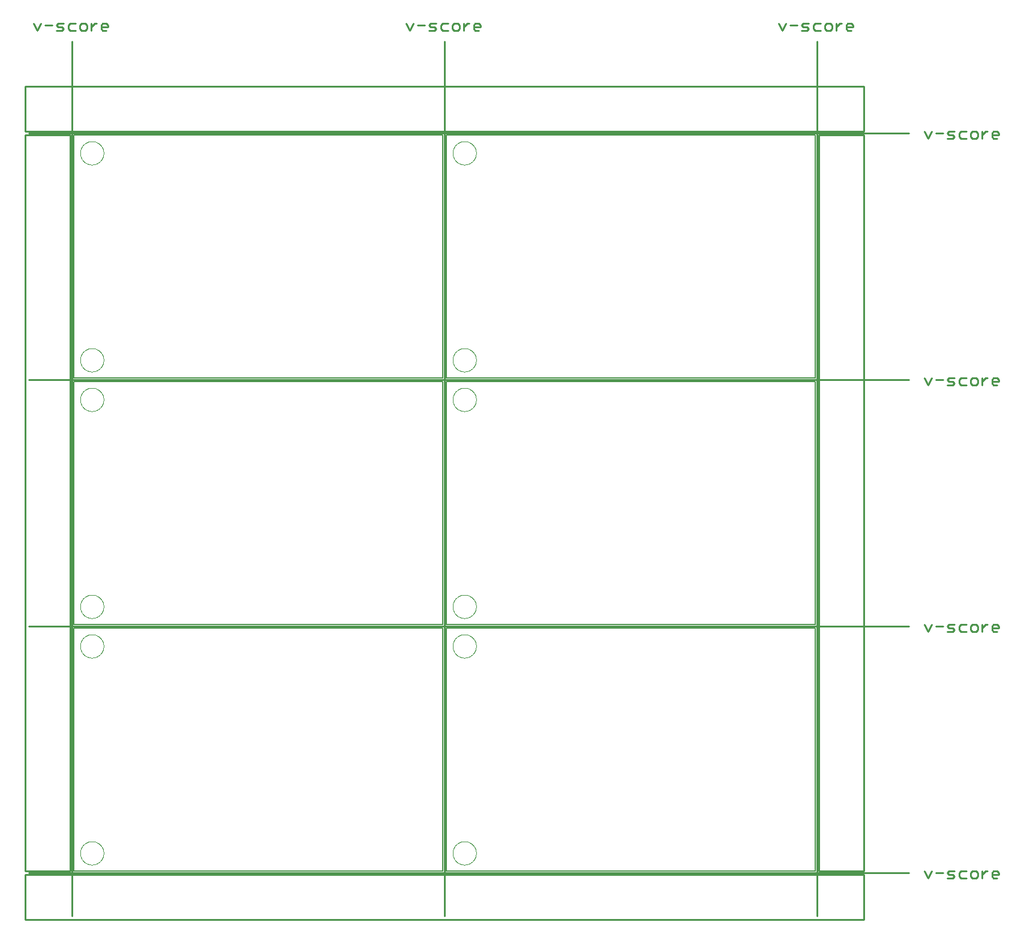
<source format=gko>
G75*
%MOIN*%
%OFA0B0*%
%FSLAX25Y25*%
%IPPOS*%
%LPD*%
%AMOC8*
5,1,8,0,0,1.08239X$1,22.5*
%
%ADD10C,0.00700*%
%ADD11C,0.01000*%
%ADD12C,0.01100*%
%ADD13C,0.00000*%
D10*
X0028500Y0028500D02*
X0028500Y0163500D01*
X0233500Y0163500D01*
X0233500Y0028500D01*
X0028500Y0028500D01*
X0028500Y0165500D02*
X0028500Y0300500D01*
X0233500Y0300500D01*
X0233500Y0165500D01*
X0028500Y0165500D01*
X0028500Y0302500D02*
X0028500Y0437500D01*
X0233500Y0437500D01*
X0233500Y0302500D01*
X0028500Y0302500D01*
X0235500Y0302500D02*
X0235500Y0437500D01*
X0440500Y0437500D01*
X0440500Y0302500D01*
X0235500Y0302500D01*
X0235500Y0300500D02*
X0235500Y0165500D01*
X0440500Y0165500D01*
X0440500Y0300500D01*
X0235500Y0300500D01*
X0235500Y0163500D02*
X0235500Y0028500D01*
X0440500Y0028500D01*
X0440500Y0163500D01*
X0235500Y0163500D01*
D11*
X0001500Y0026500D02*
X0001500Y0001500D01*
X0467500Y0001500D01*
X0467500Y0026500D01*
X0001500Y0026500D01*
X0001500Y0028500D02*
X0001500Y0437500D01*
X0026500Y0437500D01*
X0026500Y0028500D01*
X0001500Y0028500D01*
X0003500Y0027500D02*
X0492500Y0027500D01*
X0467500Y0028500D02*
X0442500Y0028500D01*
X0442500Y0437500D01*
X0467500Y0437500D01*
X0467500Y0028500D01*
X0441500Y0003500D02*
X0441500Y0489500D01*
X0467500Y0464500D02*
X0467500Y0439500D01*
X0001500Y0439500D01*
X0001500Y0464500D01*
X0467500Y0464500D01*
X0492500Y0438500D02*
X0003500Y0438500D01*
X0027500Y0489500D02*
X0027500Y0003500D01*
X0003500Y0164500D02*
X0492500Y0164500D01*
X0492500Y0301500D02*
X0003500Y0301500D01*
X0234500Y0489500D02*
X0234500Y0003500D01*
D12*
X0501028Y0028487D02*
X0502996Y0024550D01*
X0504965Y0028487D01*
X0507473Y0027503D02*
X0511410Y0027503D01*
X0513919Y0027503D02*
X0514903Y0028487D01*
X0517856Y0028487D01*
X0516871Y0026518D02*
X0514903Y0026518D01*
X0513919Y0027503D01*
X0513919Y0024550D02*
X0516871Y0024550D01*
X0517856Y0025534D01*
X0516871Y0026518D01*
X0520364Y0025534D02*
X0521349Y0024550D01*
X0524301Y0024550D01*
X0526810Y0025534D02*
X0527794Y0024550D01*
X0529762Y0024550D01*
X0530747Y0025534D01*
X0530747Y0027503D01*
X0529762Y0028487D01*
X0527794Y0028487D01*
X0526810Y0027503D01*
X0526810Y0025534D01*
X0524301Y0028487D02*
X0521349Y0028487D01*
X0520364Y0027503D01*
X0520364Y0025534D01*
X0533255Y0024550D02*
X0533255Y0028487D01*
X0533255Y0026518D02*
X0535224Y0028487D01*
X0536208Y0028487D01*
X0538627Y0027503D02*
X0539611Y0028487D01*
X0541579Y0028487D01*
X0542563Y0027503D01*
X0542563Y0026518D01*
X0538627Y0026518D01*
X0538627Y0025534D02*
X0538627Y0027503D01*
X0538627Y0025534D02*
X0539611Y0024550D01*
X0541579Y0024550D01*
X0541579Y0161550D02*
X0539611Y0161550D01*
X0538627Y0162534D01*
X0538627Y0164503D01*
X0539611Y0165487D01*
X0541579Y0165487D01*
X0542563Y0164503D01*
X0542563Y0163518D01*
X0538627Y0163518D01*
X0536208Y0165487D02*
X0535224Y0165487D01*
X0533255Y0163518D01*
X0533255Y0161550D02*
X0533255Y0165487D01*
X0530747Y0164503D02*
X0529762Y0165487D01*
X0527794Y0165487D01*
X0526810Y0164503D01*
X0526810Y0162534D01*
X0527794Y0161550D01*
X0529762Y0161550D01*
X0530747Y0162534D01*
X0530747Y0164503D01*
X0524301Y0165487D02*
X0521349Y0165487D01*
X0520364Y0164503D01*
X0520364Y0162534D01*
X0521349Y0161550D01*
X0524301Y0161550D01*
X0517856Y0162534D02*
X0516871Y0163518D01*
X0514903Y0163518D01*
X0513919Y0164503D01*
X0514903Y0165487D01*
X0517856Y0165487D01*
X0517856Y0162534D02*
X0516871Y0161550D01*
X0513919Y0161550D01*
X0511410Y0164503D02*
X0507473Y0164503D01*
X0504965Y0165487D02*
X0502996Y0161550D01*
X0501028Y0165487D01*
X0502996Y0298550D02*
X0504965Y0302487D01*
X0507473Y0301503D02*
X0511410Y0301503D01*
X0513919Y0301503D02*
X0514903Y0302487D01*
X0517856Y0302487D01*
X0516871Y0300518D02*
X0514903Y0300518D01*
X0513919Y0301503D01*
X0513919Y0298550D02*
X0516871Y0298550D01*
X0517856Y0299534D01*
X0516871Y0300518D01*
X0520364Y0299534D02*
X0521349Y0298550D01*
X0524301Y0298550D01*
X0526810Y0299534D02*
X0527794Y0298550D01*
X0529762Y0298550D01*
X0530747Y0299534D01*
X0530747Y0301503D01*
X0529762Y0302487D01*
X0527794Y0302487D01*
X0526810Y0301503D01*
X0526810Y0299534D01*
X0524301Y0302487D02*
X0521349Y0302487D01*
X0520364Y0301503D01*
X0520364Y0299534D01*
X0533255Y0298550D02*
X0533255Y0302487D01*
X0533255Y0300518D02*
X0535224Y0302487D01*
X0536208Y0302487D01*
X0538627Y0301503D02*
X0539611Y0302487D01*
X0541579Y0302487D01*
X0542563Y0301503D01*
X0542563Y0300518D01*
X0538627Y0300518D01*
X0538627Y0299534D02*
X0538627Y0301503D01*
X0538627Y0299534D02*
X0539611Y0298550D01*
X0541579Y0298550D01*
X0502996Y0298550D02*
X0501028Y0302487D01*
X0502996Y0435550D02*
X0504965Y0439487D01*
X0507473Y0438503D02*
X0511410Y0438503D01*
X0513919Y0438503D02*
X0514903Y0439487D01*
X0517856Y0439487D01*
X0516871Y0437518D02*
X0514903Y0437518D01*
X0513919Y0438503D01*
X0513919Y0435550D02*
X0516871Y0435550D01*
X0517856Y0436534D01*
X0516871Y0437518D01*
X0520364Y0436534D02*
X0521349Y0435550D01*
X0524301Y0435550D01*
X0526810Y0436534D02*
X0527794Y0435550D01*
X0529762Y0435550D01*
X0530747Y0436534D01*
X0530747Y0438503D01*
X0529762Y0439487D01*
X0527794Y0439487D01*
X0526810Y0438503D01*
X0526810Y0436534D01*
X0524301Y0439487D02*
X0521349Y0439487D01*
X0520364Y0438503D01*
X0520364Y0436534D01*
X0533255Y0435550D02*
X0533255Y0439487D01*
X0533255Y0437518D02*
X0535224Y0439487D01*
X0536208Y0439487D01*
X0538627Y0438503D02*
X0539611Y0439487D01*
X0541579Y0439487D01*
X0542563Y0438503D01*
X0542563Y0437518D01*
X0538627Y0437518D01*
X0538627Y0436534D02*
X0538627Y0438503D01*
X0538627Y0436534D02*
X0539611Y0435550D01*
X0541579Y0435550D01*
X0502996Y0435550D02*
X0501028Y0439487D01*
X0460579Y0495550D02*
X0458611Y0495550D01*
X0457627Y0496534D01*
X0457627Y0498503D01*
X0458611Y0499487D01*
X0460579Y0499487D01*
X0461563Y0498503D01*
X0461563Y0497518D01*
X0457627Y0497518D01*
X0455208Y0499487D02*
X0454224Y0499487D01*
X0452255Y0497518D01*
X0452255Y0495550D02*
X0452255Y0499487D01*
X0449747Y0498503D02*
X0448762Y0499487D01*
X0446794Y0499487D01*
X0445810Y0498503D01*
X0445810Y0496534D01*
X0446794Y0495550D01*
X0448762Y0495550D01*
X0449747Y0496534D01*
X0449747Y0498503D01*
X0443301Y0499487D02*
X0440349Y0499487D01*
X0439364Y0498503D01*
X0439364Y0496534D01*
X0440349Y0495550D01*
X0443301Y0495550D01*
X0436856Y0496534D02*
X0435871Y0497518D01*
X0433903Y0497518D01*
X0432919Y0498503D01*
X0433903Y0499487D01*
X0436856Y0499487D01*
X0436856Y0496534D02*
X0435871Y0495550D01*
X0432919Y0495550D01*
X0430410Y0498503D02*
X0426473Y0498503D01*
X0423965Y0499487D02*
X0421996Y0495550D01*
X0420028Y0499487D01*
X0254563Y0498503D02*
X0254563Y0497518D01*
X0250627Y0497518D01*
X0250627Y0496534D02*
X0250627Y0498503D01*
X0251611Y0499487D01*
X0253579Y0499487D01*
X0254563Y0498503D01*
X0253579Y0495550D02*
X0251611Y0495550D01*
X0250627Y0496534D01*
X0248208Y0499487D02*
X0247224Y0499487D01*
X0245255Y0497518D01*
X0245255Y0495550D02*
X0245255Y0499487D01*
X0242747Y0498503D02*
X0241762Y0499487D01*
X0239794Y0499487D01*
X0238810Y0498503D01*
X0238810Y0496534D01*
X0239794Y0495550D01*
X0241762Y0495550D01*
X0242747Y0496534D01*
X0242747Y0498503D01*
X0236301Y0499487D02*
X0233349Y0499487D01*
X0232364Y0498503D01*
X0232364Y0496534D01*
X0233349Y0495550D01*
X0236301Y0495550D01*
X0229856Y0496534D02*
X0228871Y0497518D01*
X0226903Y0497518D01*
X0225919Y0498503D01*
X0226903Y0499487D01*
X0229856Y0499487D01*
X0229856Y0496534D02*
X0228871Y0495550D01*
X0225919Y0495550D01*
X0223410Y0498503D02*
X0219473Y0498503D01*
X0216965Y0499487D02*
X0214996Y0495550D01*
X0213028Y0499487D01*
X0047563Y0498503D02*
X0047563Y0497518D01*
X0043627Y0497518D01*
X0043627Y0496534D02*
X0043627Y0498503D01*
X0044611Y0499487D01*
X0046579Y0499487D01*
X0047563Y0498503D01*
X0046579Y0495550D02*
X0044611Y0495550D01*
X0043627Y0496534D01*
X0041208Y0499487D02*
X0040224Y0499487D01*
X0038255Y0497518D01*
X0038255Y0495550D02*
X0038255Y0499487D01*
X0035747Y0498503D02*
X0034762Y0499487D01*
X0032794Y0499487D01*
X0031810Y0498503D01*
X0031810Y0496534D01*
X0032794Y0495550D01*
X0034762Y0495550D01*
X0035747Y0496534D01*
X0035747Y0498503D01*
X0029301Y0499487D02*
X0026349Y0499487D01*
X0025364Y0498503D01*
X0025364Y0496534D01*
X0026349Y0495550D01*
X0029301Y0495550D01*
X0022856Y0496534D02*
X0021871Y0497518D01*
X0019903Y0497518D01*
X0018919Y0498503D01*
X0019903Y0499487D01*
X0022856Y0499487D01*
X0022856Y0496534D02*
X0021871Y0495550D01*
X0018919Y0495550D01*
X0016410Y0498503D02*
X0012473Y0498503D01*
X0009965Y0499487D02*
X0007996Y0495550D01*
X0006028Y0499487D01*
D13*
X0032000Y0427500D02*
X0032002Y0427661D01*
X0032008Y0427821D01*
X0032018Y0427982D01*
X0032032Y0428142D01*
X0032050Y0428302D01*
X0032071Y0428461D01*
X0032097Y0428620D01*
X0032127Y0428778D01*
X0032160Y0428935D01*
X0032198Y0429092D01*
X0032239Y0429247D01*
X0032284Y0429401D01*
X0032333Y0429554D01*
X0032386Y0429706D01*
X0032442Y0429857D01*
X0032503Y0430006D01*
X0032566Y0430154D01*
X0032634Y0430300D01*
X0032705Y0430444D01*
X0032779Y0430586D01*
X0032857Y0430727D01*
X0032939Y0430865D01*
X0033024Y0431002D01*
X0033112Y0431136D01*
X0033204Y0431268D01*
X0033299Y0431398D01*
X0033397Y0431526D01*
X0033498Y0431651D01*
X0033602Y0431773D01*
X0033709Y0431893D01*
X0033819Y0432010D01*
X0033932Y0432125D01*
X0034048Y0432236D01*
X0034167Y0432345D01*
X0034288Y0432450D01*
X0034412Y0432553D01*
X0034538Y0432653D01*
X0034666Y0432749D01*
X0034797Y0432842D01*
X0034931Y0432932D01*
X0035066Y0433019D01*
X0035204Y0433102D01*
X0035343Y0433182D01*
X0035485Y0433258D01*
X0035628Y0433331D01*
X0035773Y0433400D01*
X0035920Y0433466D01*
X0036068Y0433528D01*
X0036218Y0433586D01*
X0036369Y0433641D01*
X0036522Y0433692D01*
X0036676Y0433739D01*
X0036831Y0433782D01*
X0036987Y0433821D01*
X0037143Y0433857D01*
X0037301Y0433888D01*
X0037459Y0433916D01*
X0037618Y0433940D01*
X0037778Y0433960D01*
X0037938Y0433976D01*
X0038098Y0433988D01*
X0038259Y0433996D01*
X0038420Y0434000D01*
X0038580Y0434000D01*
X0038741Y0433996D01*
X0038902Y0433988D01*
X0039062Y0433976D01*
X0039222Y0433960D01*
X0039382Y0433940D01*
X0039541Y0433916D01*
X0039699Y0433888D01*
X0039857Y0433857D01*
X0040013Y0433821D01*
X0040169Y0433782D01*
X0040324Y0433739D01*
X0040478Y0433692D01*
X0040631Y0433641D01*
X0040782Y0433586D01*
X0040932Y0433528D01*
X0041080Y0433466D01*
X0041227Y0433400D01*
X0041372Y0433331D01*
X0041515Y0433258D01*
X0041657Y0433182D01*
X0041796Y0433102D01*
X0041934Y0433019D01*
X0042069Y0432932D01*
X0042203Y0432842D01*
X0042334Y0432749D01*
X0042462Y0432653D01*
X0042588Y0432553D01*
X0042712Y0432450D01*
X0042833Y0432345D01*
X0042952Y0432236D01*
X0043068Y0432125D01*
X0043181Y0432010D01*
X0043291Y0431893D01*
X0043398Y0431773D01*
X0043502Y0431651D01*
X0043603Y0431526D01*
X0043701Y0431398D01*
X0043796Y0431268D01*
X0043888Y0431136D01*
X0043976Y0431002D01*
X0044061Y0430865D01*
X0044143Y0430727D01*
X0044221Y0430586D01*
X0044295Y0430444D01*
X0044366Y0430300D01*
X0044434Y0430154D01*
X0044497Y0430006D01*
X0044558Y0429857D01*
X0044614Y0429706D01*
X0044667Y0429554D01*
X0044716Y0429401D01*
X0044761Y0429247D01*
X0044802Y0429092D01*
X0044840Y0428935D01*
X0044873Y0428778D01*
X0044903Y0428620D01*
X0044929Y0428461D01*
X0044950Y0428302D01*
X0044968Y0428142D01*
X0044982Y0427982D01*
X0044992Y0427821D01*
X0044998Y0427661D01*
X0045000Y0427500D01*
X0044998Y0427339D01*
X0044992Y0427179D01*
X0044982Y0427018D01*
X0044968Y0426858D01*
X0044950Y0426698D01*
X0044929Y0426539D01*
X0044903Y0426380D01*
X0044873Y0426222D01*
X0044840Y0426065D01*
X0044802Y0425908D01*
X0044761Y0425753D01*
X0044716Y0425599D01*
X0044667Y0425446D01*
X0044614Y0425294D01*
X0044558Y0425143D01*
X0044497Y0424994D01*
X0044434Y0424846D01*
X0044366Y0424700D01*
X0044295Y0424556D01*
X0044221Y0424414D01*
X0044143Y0424273D01*
X0044061Y0424135D01*
X0043976Y0423998D01*
X0043888Y0423864D01*
X0043796Y0423732D01*
X0043701Y0423602D01*
X0043603Y0423474D01*
X0043502Y0423349D01*
X0043398Y0423227D01*
X0043291Y0423107D01*
X0043181Y0422990D01*
X0043068Y0422875D01*
X0042952Y0422764D01*
X0042833Y0422655D01*
X0042712Y0422550D01*
X0042588Y0422447D01*
X0042462Y0422347D01*
X0042334Y0422251D01*
X0042203Y0422158D01*
X0042069Y0422068D01*
X0041934Y0421981D01*
X0041796Y0421898D01*
X0041657Y0421818D01*
X0041515Y0421742D01*
X0041372Y0421669D01*
X0041227Y0421600D01*
X0041080Y0421534D01*
X0040932Y0421472D01*
X0040782Y0421414D01*
X0040631Y0421359D01*
X0040478Y0421308D01*
X0040324Y0421261D01*
X0040169Y0421218D01*
X0040013Y0421179D01*
X0039857Y0421143D01*
X0039699Y0421112D01*
X0039541Y0421084D01*
X0039382Y0421060D01*
X0039222Y0421040D01*
X0039062Y0421024D01*
X0038902Y0421012D01*
X0038741Y0421004D01*
X0038580Y0421000D01*
X0038420Y0421000D01*
X0038259Y0421004D01*
X0038098Y0421012D01*
X0037938Y0421024D01*
X0037778Y0421040D01*
X0037618Y0421060D01*
X0037459Y0421084D01*
X0037301Y0421112D01*
X0037143Y0421143D01*
X0036987Y0421179D01*
X0036831Y0421218D01*
X0036676Y0421261D01*
X0036522Y0421308D01*
X0036369Y0421359D01*
X0036218Y0421414D01*
X0036068Y0421472D01*
X0035920Y0421534D01*
X0035773Y0421600D01*
X0035628Y0421669D01*
X0035485Y0421742D01*
X0035343Y0421818D01*
X0035204Y0421898D01*
X0035066Y0421981D01*
X0034931Y0422068D01*
X0034797Y0422158D01*
X0034666Y0422251D01*
X0034538Y0422347D01*
X0034412Y0422447D01*
X0034288Y0422550D01*
X0034167Y0422655D01*
X0034048Y0422764D01*
X0033932Y0422875D01*
X0033819Y0422990D01*
X0033709Y0423107D01*
X0033602Y0423227D01*
X0033498Y0423349D01*
X0033397Y0423474D01*
X0033299Y0423602D01*
X0033204Y0423732D01*
X0033112Y0423864D01*
X0033024Y0423998D01*
X0032939Y0424135D01*
X0032857Y0424273D01*
X0032779Y0424414D01*
X0032705Y0424556D01*
X0032634Y0424700D01*
X0032566Y0424846D01*
X0032503Y0424994D01*
X0032442Y0425143D01*
X0032386Y0425294D01*
X0032333Y0425446D01*
X0032284Y0425599D01*
X0032239Y0425753D01*
X0032198Y0425908D01*
X0032160Y0426065D01*
X0032127Y0426222D01*
X0032097Y0426380D01*
X0032071Y0426539D01*
X0032050Y0426698D01*
X0032032Y0426858D01*
X0032018Y0427018D01*
X0032008Y0427179D01*
X0032002Y0427339D01*
X0032000Y0427500D01*
X0032000Y0312500D02*
X0032002Y0312661D01*
X0032008Y0312821D01*
X0032018Y0312982D01*
X0032032Y0313142D01*
X0032050Y0313302D01*
X0032071Y0313461D01*
X0032097Y0313620D01*
X0032127Y0313778D01*
X0032160Y0313935D01*
X0032198Y0314092D01*
X0032239Y0314247D01*
X0032284Y0314401D01*
X0032333Y0314554D01*
X0032386Y0314706D01*
X0032442Y0314857D01*
X0032503Y0315006D01*
X0032566Y0315154D01*
X0032634Y0315300D01*
X0032705Y0315444D01*
X0032779Y0315586D01*
X0032857Y0315727D01*
X0032939Y0315865D01*
X0033024Y0316002D01*
X0033112Y0316136D01*
X0033204Y0316268D01*
X0033299Y0316398D01*
X0033397Y0316526D01*
X0033498Y0316651D01*
X0033602Y0316773D01*
X0033709Y0316893D01*
X0033819Y0317010D01*
X0033932Y0317125D01*
X0034048Y0317236D01*
X0034167Y0317345D01*
X0034288Y0317450D01*
X0034412Y0317553D01*
X0034538Y0317653D01*
X0034666Y0317749D01*
X0034797Y0317842D01*
X0034931Y0317932D01*
X0035066Y0318019D01*
X0035204Y0318102D01*
X0035343Y0318182D01*
X0035485Y0318258D01*
X0035628Y0318331D01*
X0035773Y0318400D01*
X0035920Y0318466D01*
X0036068Y0318528D01*
X0036218Y0318586D01*
X0036369Y0318641D01*
X0036522Y0318692D01*
X0036676Y0318739D01*
X0036831Y0318782D01*
X0036987Y0318821D01*
X0037143Y0318857D01*
X0037301Y0318888D01*
X0037459Y0318916D01*
X0037618Y0318940D01*
X0037778Y0318960D01*
X0037938Y0318976D01*
X0038098Y0318988D01*
X0038259Y0318996D01*
X0038420Y0319000D01*
X0038580Y0319000D01*
X0038741Y0318996D01*
X0038902Y0318988D01*
X0039062Y0318976D01*
X0039222Y0318960D01*
X0039382Y0318940D01*
X0039541Y0318916D01*
X0039699Y0318888D01*
X0039857Y0318857D01*
X0040013Y0318821D01*
X0040169Y0318782D01*
X0040324Y0318739D01*
X0040478Y0318692D01*
X0040631Y0318641D01*
X0040782Y0318586D01*
X0040932Y0318528D01*
X0041080Y0318466D01*
X0041227Y0318400D01*
X0041372Y0318331D01*
X0041515Y0318258D01*
X0041657Y0318182D01*
X0041796Y0318102D01*
X0041934Y0318019D01*
X0042069Y0317932D01*
X0042203Y0317842D01*
X0042334Y0317749D01*
X0042462Y0317653D01*
X0042588Y0317553D01*
X0042712Y0317450D01*
X0042833Y0317345D01*
X0042952Y0317236D01*
X0043068Y0317125D01*
X0043181Y0317010D01*
X0043291Y0316893D01*
X0043398Y0316773D01*
X0043502Y0316651D01*
X0043603Y0316526D01*
X0043701Y0316398D01*
X0043796Y0316268D01*
X0043888Y0316136D01*
X0043976Y0316002D01*
X0044061Y0315865D01*
X0044143Y0315727D01*
X0044221Y0315586D01*
X0044295Y0315444D01*
X0044366Y0315300D01*
X0044434Y0315154D01*
X0044497Y0315006D01*
X0044558Y0314857D01*
X0044614Y0314706D01*
X0044667Y0314554D01*
X0044716Y0314401D01*
X0044761Y0314247D01*
X0044802Y0314092D01*
X0044840Y0313935D01*
X0044873Y0313778D01*
X0044903Y0313620D01*
X0044929Y0313461D01*
X0044950Y0313302D01*
X0044968Y0313142D01*
X0044982Y0312982D01*
X0044992Y0312821D01*
X0044998Y0312661D01*
X0045000Y0312500D01*
X0044998Y0312339D01*
X0044992Y0312179D01*
X0044982Y0312018D01*
X0044968Y0311858D01*
X0044950Y0311698D01*
X0044929Y0311539D01*
X0044903Y0311380D01*
X0044873Y0311222D01*
X0044840Y0311065D01*
X0044802Y0310908D01*
X0044761Y0310753D01*
X0044716Y0310599D01*
X0044667Y0310446D01*
X0044614Y0310294D01*
X0044558Y0310143D01*
X0044497Y0309994D01*
X0044434Y0309846D01*
X0044366Y0309700D01*
X0044295Y0309556D01*
X0044221Y0309414D01*
X0044143Y0309273D01*
X0044061Y0309135D01*
X0043976Y0308998D01*
X0043888Y0308864D01*
X0043796Y0308732D01*
X0043701Y0308602D01*
X0043603Y0308474D01*
X0043502Y0308349D01*
X0043398Y0308227D01*
X0043291Y0308107D01*
X0043181Y0307990D01*
X0043068Y0307875D01*
X0042952Y0307764D01*
X0042833Y0307655D01*
X0042712Y0307550D01*
X0042588Y0307447D01*
X0042462Y0307347D01*
X0042334Y0307251D01*
X0042203Y0307158D01*
X0042069Y0307068D01*
X0041934Y0306981D01*
X0041796Y0306898D01*
X0041657Y0306818D01*
X0041515Y0306742D01*
X0041372Y0306669D01*
X0041227Y0306600D01*
X0041080Y0306534D01*
X0040932Y0306472D01*
X0040782Y0306414D01*
X0040631Y0306359D01*
X0040478Y0306308D01*
X0040324Y0306261D01*
X0040169Y0306218D01*
X0040013Y0306179D01*
X0039857Y0306143D01*
X0039699Y0306112D01*
X0039541Y0306084D01*
X0039382Y0306060D01*
X0039222Y0306040D01*
X0039062Y0306024D01*
X0038902Y0306012D01*
X0038741Y0306004D01*
X0038580Y0306000D01*
X0038420Y0306000D01*
X0038259Y0306004D01*
X0038098Y0306012D01*
X0037938Y0306024D01*
X0037778Y0306040D01*
X0037618Y0306060D01*
X0037459Y0306084D01*
X0037301Y0306112D01*
X0037143Y0306143D01*
X0036987Y0306179D01*
X0036831Y0306218D01*
X0036676Y0306261D01*
X0036522Y0306308D01*
X0036369Y0306359D01*
X0036218Y0306414D01*
X0036068Y0306472D01*
X0035920Y0306534D01*
X0035773Y0306600D01*
X0035628Y0306669D01*
X0035485Y0306742D01*
X0035343Y0306818D01*
X0035204Y0306898D01*
X0035066Y0306981D01*
X0034931Y0307068D01*
X0034797Y0307158D01*
X0034666Y0307251D01*
X0034538Y0307347D01*
X0034412Y0307447D01*
X0034288Y0307550D01*
X0034167Y0307655D01*
X0034048Y0307764D01*
X0033932Y0307875D01*
X0033819Y0307990D01*
X0033709Y0308107D01*
X0033602Y0308227D01*
X0033498Y0308349D01*
X0033397Y0308474D01*
X0033299Y0308602D01*
X0033204Y0308732D01*
X0033112Y0308864D01*
X0033024Y0308998D01*
X0032939Y0309135D01*
X0032857Y0309273D01*
X0032779Y0309414D01*
X0032705Y0309556D01*
X0032634Y0309700D01*
X0032566Y0309846D01*
X0032503Y0309994D01*
X0032442Y0310143D01*
X0032386Y0310294D01*
X0032333Y0310446D01*
X0032284Y0310599D01*
X0032239Y0310753D01*
X0032198Y0310908D01*
X0032160Y0311065D01*
X0032127Y0311222D01*
X0032097Y0311380D01*
X0032071Y0311539D01*
X0032050Y0311698D01*
X0032032Y0311858D01*
X0032018Y0312018D01*
X0032008Y0312179D01*
X0032002Y0312339D01*
X0032000Y0312500D01*
X0032000Y0290500D02*
X0032002Y0290661D01*
X0032008Y0290821D01*
X0032018Y0290982D01*
X0032032Y0291142D01*
X0032050Y0291302D01*
X0032071Y0291461D01*
X0032097Y0291620D01*
X0032127Y0291778D01*
X0032160Y0291935D01*
X0032198Y0292092D01*
X0032239Y0292247D01*
X0032284Y0292401D01*
X0032333Y0292554D01*
X0032386Y0292706D01*
X0032442Y0292857D01*
X0032503Y0293006D01*
X0032566Y0293154D01*
X0032634Y0293300D01*
X0032705Y0293444D01*
X0032779Y0293586D01*
X0032857Y0293727D01*
X0032939Y0293865D01*
X0033024Y0294002D01*
X0033112Y0294136D01*
X0033204Y0294268D01*
X0033299Y0294398D01*
X0033397Y0294526D01*
X0033498Y0294651D01*
X0033602Y0294773D01*
X0033709Y0294893D01*
X0033819Y0295010D01*
X0033932Y0295125D01*
X0034048Y0295236D01*
X0034167Y0295345D01*
X0034288Y0295450D01*
X0034412Y0295553D01*
X0034538Y0295653D01*
X0034666Y0295749D01*
X0034797Y0295842D01*
X0034931Y0295932D01*
X0035066Y0296019D01*
X0035204Y0296102D01*
X0035343Y0296182D01*
X0035485Y0296258D01*
X0035628Y0296331D01*
X0035773Y0296400D01*
X0035920Y0296466D01*
X0036068Y0296528D01*
X0036218Y0296586D01*
X0036369Y0296641D01*
X0036522Y0296692D01*
X0036676Y0296739D01*
X0036831Y0296782D01*
X0036987Y0296821D01*
X0037143Y0296857D01*
X0037301Y0296888D01*
X0037459Y0296916D01*
X0037618Y0296940D01*
X0037778Y0296960D01*
X0037938Y0296976D01*
X0038098Y0296988D01*
X0038259Y0296996D01*
X0038420Y0297000D01*
X0038580Y0297000D01*
X0038741Y0296996D01*
X0038902Y0296988D01*
X0039062Y0296976D01*
X0039222Y0296960D01*
X0039382Y0296940D01*
X0039541Y0296916D01*
X0039699Y0296888D01*
X0039857Y0296857D01*
X0040013Y0296821D01*
X0040169Y0296782D01*
X0040324Y0296739D01*
X0040478Y0296692D01*
X0040631Y0296641D01*
X0040782Y0296586D01*
X0040932Y0296528D01*
X0041080Y0296466D01*
X0041227Y0296400D01*
X0041372Y0296331D01*
X0041515Y0296258D01*
X0041657Y0296182D01*
X0041796Y0296102D01*
X0041934Y0296019D01*
X0042069Y0295932D01*
X0042203Y0295842D01*
X0042334Y0295749D01*
X0042462Y0295653D01*
X0042588Y0295553D01*
X0042712Y0295450D01*
X0042833Y0295345D01*
X0042952Y0295236D01*
X0043068Y0295125D01*
X0043181Y0295010D01*
X0043291Y0294893D01*
X0043398Y0294773D01*
X0043502Y0294651D01*
X0043603Y0294526D01*
X0043701Y0294398D01*
X0043796Y0294268D01*
X0043888Y0294136D01*
X0043976Y0294002D01*
X0044061Y0293865D01*
X0044143Y0293727D01*
X0044221Y0293586D01*
X0044295Y0293444D01*
X0044366Y0293300D01*
X0044434Y0293154D01*
X0044497Y0293006D01*
X0044558Y0292857D01*
X0044614Y0292706D01*
X0044667Y0292554D01*
X0044716Y0292401D01*
X0044761Y0292247D01*
X0044802Y0292092D01*
X0044840Y0291935D01*
X0044873Y0291778D01*
X0044903Y0291620D01*
X0044929Y0291461D01*
X0044950Y0291302D01*
X0044968Y0291142D01*
X0044982Y0290982D01*
X0044992Y0290821D01*
X0044998Y0290661D01*
X0045000Y0290500D01*
X0044998Y0290339D01*
X0044992Y0290179D01*
X0044982Y0290018D01*
X0044968Y0289858D01*
X0044950Y0289698D01*
X0044929Y0289539D01*
X0044903Y0289380D01*
X0044873Y0289222D01*
X0044840Y0289065D01*
X0044802Y0288908D01*
X0044761Y0288753D01*
X0044716Y0288599D01*
X0044667Y0288446D01*
X0044614Y0288294D01*
X0044558Y0288143D01*
X0044497Y0287994D01*
X0044434Y0287846D01*
X0044366Y0287700D01*
X0044295Y0287556D01*
X0044221Y0287414D01*
X0044143Y0287273D01*
X0044061Y0287135D01*
X0043976Y0286998D01*
X0043888Y0286864D01*
X0043796Y0286732D01*
X0043701Y0286602D01*
X0043603Y0286474D01*
X0043502Y0286349D01*
X0043398Y0286227D01*
X0043291Y0286107D01*
X0043181Y0285990D01*
X0043068Y0285875D01*
X0042952Y0285764D01*
X0042833Y0285655D01*
X0042712Y0285550D01*
X0042588Y0285447D01*
X0042462Y0285347D01*
X0042334Y0285251D01*
X0042203Y0285158D01*
X0042069Y0285068D01*
X0041934Y0284981D01*
X0041796Y0284898D01*
X0041657Y0284818D01*
X0041515Y0284742D01*
X0041372Y0284669D01*
X0041227Y0284600D01*
X0041080Y0284534D01*
X0040932Y0284472D01*
X0040782Y0284414D01*
X0040631Y0284359D01*
X0040478Y0284308D01*
X0040324Y0284261D01*
X0040169Y0284218D01*
X0040013Y0284179D01*
X0039857Y0284143D01*
X0039699Y0284112D01*
X0039541Y0284084D01*
X0039382Y0284060D01*
X0039222Y0284040D01*
X0039062Y0284024D01*
X0038902Y0284012D01*
X0038741Y0284004D01*
X0038580Y0284000D01*
X0038420Y0284000D01*
X0038259Y0284004D01*
X0038098Y0284012D01*
X0037938Y0284024D01*
X0037778Y0284040D01*
X0037618Y0284060D01*
X0037459Y0284084D01*
X0037301Y0284112D01*
X0037143Y0284143D01*
X0036987Y0284179D01*
X0036831Y0284218D01*
X0036676Y0284261D01*
X0036522Y0284308D01*
X0036369Y0284359D01*
X0036218Y0284414D01*
X0036068Y0284472D01*
X0035920Y0284534D01*
X0035773Y0284600D01*
X0035628Y0284669D01*
X0035485Y0284742D01*
X0035343Y0284818D01*
X0035204Y0284898D01*
X0035066Y0284981D01*
X0034931Y0285068D01*
X0034797Y0285158D01*
X0034666Y0285251D01*
X0034538Y0285347D01*
X0034412Y0285447D01*
X0034288Y0285550D01*
X0034167Y0285655D01*
X0034048Y0285764D01*
X0033932Y0285875D01*
X0033819Y0285990D01*
X0033709Y0286107D01*
X0033602Y0286227D01*
X0033498Y0286349D01*
X0033397Y0286474D01*
X0033299Y0286602D01*
X0033204Y0286732D01*
X0033112Y0286864D01*
X0033024Y0286998D01*
X0032939Y0287135D01*
X0032857Y0287273D01*
X0032779Y0287414D01*
X0032705Y0287556D01*
X0032634Y0287700D01*
X0032566Y0287846D01*
X0032503Y0287994D01*
X0032442Y0288143D01*
X0032386Y0288294D01*
X0032333Y0288446D01*
X0032284Y0288599D01*
X0032239Y0288753D01*
X0032198Y0288908D01*
X0032160Y0289065D01*
X0032127Y0289222D01*
X0032097Y0289380D01*
X0032071Y0289539D01*
X0032050Y0289698D01*
X0032032Y0289858D01*
X0032018Y0290018D01*
X0032008Y0290179D01*
X0032002Y0290339D01*
X0032000Y0290500D01*
X0032000Y0175500D02*
X0032002Y0175661D01*
X0032008Y0175821D01*
X0032018Y0175982D01*
X0032032Y0176142D01*
X0032050Y0176302D01*
X0032071Y0176461D01*
X0032097Y0176620D01*
X0032127Y0176778D01*
X0032160Y0176935D01*
X0032198Y0177092D01*
X0032239Y0177247D01*
X0032284Y0177401D01*
X0032333Y0177554D01*
X0032386Y0177706D01*
X0032442Y0177857D01*
X0032503Y0178006D01*
X0032566Y0178154D01*
X0032634Y0178300D01*
X0032705Y0178444D01*
X0032779Y0178586D01*
X0032857Y0178727D01*
X0032939Y0178865D01*
X0033024Y0179002D01*
X0033112Y0179136D01*
X0033204Y0179268D01*
X0033299Y0179398D01*
X0033397Y0179526D01*
X0033498Y0179651D01*
X0033602Y0179773D01*
X0033709Y0179893D01*
X0033819Y0180010D01*
X0033932Y0180125D01*
X0034048Y0180236D01*
X0034167Y0180345D01*
X0034288Y0180450D01*
X0034412Y0180553D01*
X0034538Y0180653D01*
X0034666Y0180749D01*
X0034797Y0180842D01*
X0034931Y0180932D01*
X0035066Y0181019D01*
X0035204Y0181102D01*
X0035343Y0181182D01*
X0035485Y0181258D01*
X0035628Y0181331D01*
X0035773Y0181400D01*
X0035920Y0181466D01*
X0036068Y0181528D01*
X0036218Y0181586D01*
X0036369Y0181641D01*
X0036522Y0181692D01*
X0036676Y0181739D01*
X0036831Y0181782D01*
X0036987Y0181821D01*
X0037143Y0181857D01*
X0037301Y0181888D01*
X0037459Y0181916D01*
X0037618Y0181940D01*
X0037778Y0181960D01*
X0037938Y0181976D01*
X0038098Y0181988D01*
X0038259Y0181996D01*
X0038420Y0182000D01*
X0038580Y0182000D01*
X0038741Y0181996D01*
X0038902Y0181988D01*
X0039062Y0181976D01*
X0039222Y0181960D01*
X0039382Y0181940D01*
X0039541Y0181916D01*
X0039699Y0181888D01*
X0039857Y0181857D01*
X0040013Y0181821D01*
X0040169Y0181782D01*
X0040324Y0181739D01*
X0040478Y0181692D01*
X0040631Y0181641D01*
X0040782Y0181586D01*
X0040932Y0181528D01*
X0041080Y0181466D01*
X0041227Y0181400D01*
X0041372Y0181331D01*
X0041515Y0181258D01*
X0041657Y0181182D01*
X0041796Y0181102D01*
X0041934Y0181019D01*
X0042069Y0180932D01*
X0042203Y0180842D01*
X0042334Y0180749D01*
X0042462Y0180653D01*
X0042588Y0180553D01*
X0042712Y0180450D01*
X0042833Y0180345D01*
X0042952Y0180236D01*
X0043068Y0180125D01*
X0043181Y0180010D01*
X0043291Y0179893D01*
X0043398Y0179773D01*
X0043502Y0179651D01*
X0043603Y0179526D01*
X0043701Y0179398D01*
X0043796Y0179268D01*
X0043888Y0179136D01*
X0043976Y0179002D01*
X0044061Y0178865D01*
X0044143Y0178727D01*
X0044221Y0178586D01*
X0044295Y0178444D01*
X0044366Y0178300D01*
X0044434Y0178154D01*
X0044497Y0178006D01*
X0044558Y0177857D01*
X0044614Y0177706D01*
X0044667Y0177554D01*
X0044716Y0177401D01*
X0044761Y0177247D01*
X0044802Y0177092D01*
X0044840Y0176935D01*
X0044873Y0176778D01*
X0044903Y0176620D01*
X0044929Y0176461D01*
X0044950Y0176302D01*
X0044968Y0176142D01*
X0044982Y0175982D01*
X0044992Y0175821D01*
X0044998Y0175661D01*
X0045000Y0175500D01*
X0044998Y0175339D01*
X0044992Y0175179D01*
X0044982Y0175018D01*
X0044968Y0174858D01*
X0044950Y0174698D01*
X0044929Y0174539D01*
X0044903Y0174380D01*
X0044873Y0174222D01*
X0044840Y0174065D01*
X0044802Y0173908D01*
X0044761Y0173753D01*
X0044716Y0173599D01*
X0044667Y0173446D01*
X0044614Y0173294D01*
X0044558Y0173143D01*
X0044497Y0172994D01*
X0044434Y0172846D01*
X0044366Y0172700D01*
X0044295Y0172556D01*
X0044221Y0172414D01*
X0044143Y0172273D01*
X0044061Y0172135D01*
X0043976Y0171998D01*
X0043888Y0171864D01*
X0043796Y0171732D01*
X0043701Y0171602D01*
X0043603Y0171474D01*
X0043502Y0171349D01*
X0043398Y0171227D01*
X0043291Y0171107D01*
X0043181Y0170990D01*
X0043068Y0170875D01*
X0042952Y0170764D01*
X0042833Y0170655D01*
X0042712Y0170550D01*
X0042588Y0170447D01*
X0042462Y0170347D01*
X0042334Y0170251D01*
X0042203Y0170158D01*
X0042069Y0170068D01*
X0041934Y0169981D01*
X0041796Y0169898D01*
X0041657Y0169818D01*
X0041515Y0169742D01*
X0041372Y0169669D01*
X0041227Y0169600D01*
X0041080Y0169534D01*
X0040932Y0169472D01*
X0040782Y0169414D01*
X0040631Y0169359D01*
X0040478Y0169308D01*
X0040324Y0169261D01*
X0040169Y0169218D01*
X0040013Y0169179D01*
X0039857Y0169143D01*
X0039699Y0169112D01*
X0039541Y0169084D01*
X0039382Y0169060D01*
X0039222Y0169040D01*
X0039062Y0169024D01*
X0038902Y0169012D01*
X0038741Y0169004D01*
X0038580Y0169000D01*
X0038420Y0169000D01*
X0038259Y0169004D01*
X0038098Y0169012D01*
X0037938Y0169024D01*
X0037778Y0169040D01*
X0037618Y0169060D01*
X0037459Y0169084D01*
X0037301Y0169112D01*
X0037143Y0169143D01*
X0036987Y0169179D01*
X0036831Y0169218D01*
X0036676Y0169261D01*
X0036522Y0169308D01*
X0036369Y0169359D01*
X0036218Y0169414D01*
X0036068Y0169472D01*
X0035920Y0169534D01*
X0035773Y0169600D01*
X0035628Y0169669D01*
X0035485Y0169742D01*
X0035343Y0169818D01*
X0035204Y0169898D01*
X0035066Y0169981D01*
X0034931Y0170068D01*
X0034797Y0170158D01*
X0034666Y0170251D01*
X0034538Y0170347D01*
X0034412Y0170447D01*
X0034288Y0170550D01*
X0034167Y0170655D01*
X0034048Y0170764D01*
X0033932Y0170875D01*
X0033819Y0170990D01*
X0033709Y0171107D01*
X0033602Y0171227D01*
X0033498Y0171349D01*
X0033397Y0171474D01*
X0033299Y0171602D01*
X0033204Y0171732D01*
X0033112Y0171864D01*
X0033024Y0171998D01*
X0032939Y0172135D01*
X0032857Y0172273D01*
X0032779Y0172414D01*
X0032705Y0172556D01*
X0032634Y0172700D01*
X0032566Y0172846D01*
X0032503Y0172994D01*
X0032442Y0173143D01*
X0032386Y0173294D01*
X0032333Y0173446D01*
X0032284Y0173599D01*
X0032239Y0173753D01*
X0032198Y0173908D01*
X0032160Y0174065D01*
X0032127Y0174222D01*
X0032097Y0174380D01*
X0032071Y0174539D01*
X0032050Y0174698D01*
X0032032Y0174858D01*
X0032018Y0175018D01*
X0032008Y0175179D01*
X0032002Y0175339D01*
X0032000Y0175500D01*
X0032000Y0153500D02*
X0032002Y0153661D01*
X0032008Y0153821D01*
X0032018Y0153982D01*
X0032032Y0154142D01*
X0032050Y0154302D01*
X0032071Y0154461D01*
X0032097Y0154620D01*
X0032127Y0154778D01*
X0032160Y0154935D01*
X0032198Y0155092D01*
X0032239Y0155247D01*
X0032284Y0155401D01*
X0032333Y0155554D01*
X0032386Y0155706D01*
X0032442Y0155857D01*
X0032503Y0156006D01*
X0032566Y0156154D01*
X0032634Y0156300D01*
X0032705Y0156444D01*
X0032779Y0156586D01*
X0032857Y0156727D01*
X0032939Y0156865D01*
X0033024Y0157002D01*
X0033112Y0157136D01*
X0033204Y0157268D01*
X0033299Y0157398D01*
X0033397Y0157526D01*
X0033498Y0157651D01*
X0033602Y0157773D01*
X0033709Y0157893D01*
X0033819Y0158010D01*
X0033932Y0158125D01*
X0034048Y0158236D01*
X0034167Y0158345D01*
X0034288Y0158450D01*
X0034412Y0158553D01*
X0034538Y0158653D01*
X0034666Y0158749D01*
X0034797Y0158842D01*
X0034931Y0158932D01*
X0035066Y0159019D01*
X0035204Y0159102D01*
X0035343Y0159182D01*
X0035485Y0159258D01*
X0035628Y0159331D01*
X0035773Y0159400D01*
X0035920Y0159466D01*
X0036068Y0159528D01*
X0036218Y0159586D01*
X0036369Y0159641D01*
X0036522Y0159692D01*
X0036676Y0159739D01*
X0036831Y0159782D01*
X0036987Y0159821D01*
X0037143Y0159857D01*
X0037301Y0159888D01*
X0037459Y0159916D01*
X0037618Y0159940D01*
X0037778Y0159960D01*
X0037938Y0159976D01*
X0038098Y0159988D01*
X0038259Y0159996D01*
X0038420Y0160000D01*
X0038580Y0160000D01*
X0038741Y0159996D01*
X0038902Y0159988D01*
X0039062Y0159976D01*
X0039222Y0159960D01*
X0039382Y0159940D01*
X0039541Y0159916D01*
X0039699Y0159888D01*
X0039857Y0159857D01*
X0040013Y0159821D01*
X0040169Y0159782D01*
X0040324Y0159739D01*
X0040478Y0159692D01*
X0040631Y0159641D01*
X0040782Y0159586D01*
X0040932Y0159528D01*
X0041080Y0159466D01*
X0041227Y0159400D01*
X0041372Y0159331D01*
X0041515Y0159258D01*
X0041657Y0159182D01*
X0041796Y0159102D01*
X0041934Y0159019D01*
X0042069Y0158932D01*
X0042203Y0158842D01*
X0042334Y0158749D01*
X0042462Y0158653D01*
X0042588Y0158553D01*
X0042712Y0158450D01*
X0042833Y0158345D01*
X0042952Y0158236D01*
X0043068Y0158125D01*
X0043181Y0158010D01*
X0043291Y0157893D01*
X0043398Y0157773D01*
X0043502Y0157651D01*
X0043603Y0157526D01*
X0043701Y0157398D01*
X0043796Y0157268D01*
X0043888Y0157136D01*
X0043976Y0157002D01*
X0044061Y0156865D01*
X0044143Y0156727D01*
X0044221Y0156586D01*
X0044295Y0156444D01*
X0044366Y0156300D01*
X0044434Y0156154D01*
X0044497Y0156006D01*
X0044558Y0155857D01*
X0044614Y0155706D01*
X0044667Y0155554D01*
X0044716Y0155401D01*
X0044761Y0155247D01*
X0044802Y0155092D01*
X0044840Y0154935D01*
X0044873Y0154778D01*
X0044903Y0154620D01*
X0044929Y0154461D01*
X0044950Y0154302D01*
X0044968Y0154142D01*
X0044982Y0153982D01*
X0044992Y0153821D01*
X0044998Y0153661D01*
X0045000Y0153500D01*
X0044998Y0153339D01*
X0044992Y0153179D01*
X0044982Y0153018D01*
X0044968Y0152858D01*
X0044950Y0152698D01*
X0044929Y0152539D01*
X0044903Y0152380D01*
X0044873Y0152222D01*
X0044840Y0152065D01*
X0044802Y0151908D01*
X0044761Y0151753D01*
X0044716Y0151599D01*
X0044667Y0151446D01*
X0044614Y0151294D01*
X0044558Y0151143D01*
X0044497Y0150994D01*
X0044434Y0150846D01*
X0044366Y0150700D01*
X0044295Y0150556D01*
X0044221Y0150414D01*
X0044143Y0150273D01*
X0044061Y0150135D01*
X0043976Y0149998D01*
X0043888Y0149864D01*
X0043796Y0149732D01*
X0043701Y0149602D01*
X0043603Y0149474D01*
X0043502Y0149349D01*
X0043398Y0149227D01*
X0043291Y0149107D01*
X0043181Y0148990D01*
X0043068Y0148875D01*
X0042952Y0148764D01*
X0042833Y0148655D01*
X0042712Y0148550D01*
X0042588Y0148447D01*
X0042462Y0148347D01*
X0042334Y0148251D01*
X0042203Y0148158D01*
X0042069Y0148068D01*
X0041934Y0147981D01*
X0041796Y0147898D01*
X0041657Y0147818D01*
X0041515Y0147742D01*
X0041372Y0147669D01*
X0041227Y0147600D01*
X0041080Y0147534D01*
X0040932Y0147472D01*
X0040782Y0147414D01*
X0040631Y0147359D01*
X0040478Y0147308D01*
X0040324Y0147261D01*
X0040169Y0147218D01*
X0040013Y0147179D01*
X0039857Y0147143D01*
X0039699Y0147112D01*
X0039541Y0147084D01*
X0039382Y0147060D01*
X0039222Y0147040D01*
X0039062Y0147024D01*
X0038902Y0147012D01*
X0038741Y0147004D01*
X0038580Y0147000D01*
X0038420Y0147000D01*
X0038259Y0147004D01*
X0038098Y0147012D01*
X0037938Y0147024D01*
X0037778Y0147040D01*
X0037618Y0147060D01*
X0037459Y0147084D01*
X0037301Y0147112D01*
X0037143Y0147143D01*
X0036987Y0147179D01*
X0036831Y0147218D01*
X0036676Y0147261D01*
X0036522Y0147308D01*
X0036369Y0147359D01*
X0036218Y0147414D01*
X0036068Y0147472D01*
X0035920Y0147534D01*
X0035773Y0147600D01*
X0035628Y0147669D01*
X0035485Y0147742D01*
X0035343Y0147818D01*
X0035204Y0147898D01*
X0035066Y0147981D01*
X0034931Y0148068D01*
X0034797Y0148158D01*
X0034666Y0148251D01*
X0034538Y0148347D01*
X0034412Y0148447D01*
X0034288Y0148550D01*
X0034167Y0148655D01*
X0034048Y0148764D01*
X0033932Y0148875D01*
X0033819Y0148990D01*
X0033709Y0149107D01*
X0033602Y0149227D01*
X0033498Y0149349D01*
X0033397Y0149474D01*
X0033299Y0149602D01*
X0033204Y0149732D01*
X0033112Y0149864D01*
X0033024Y0149998D01*
X0032939Y0150135D01*
X0032857Y0150273D01*
X0032779Y0150414D01*
X0032705Y0150556D01*
X0032634Y0150700D01*
X0032566Y0150846D01*
X0032503Y0150994D01*
X0032442Y0151143D01*
X0032386Y0151294D01*
X0032333Y0151446D01*
X0032284Y0151599D01*
X0032239Y0151753D01*
X0032198Y0151908D01*
X0032160Y0152065D01*
X0032127Y0152222D01*
X0032097Y0152380D01*
X0032071Y0152539D01*
X0032050Y0152698D01*
X0032032Y0152858D01*
X0032018Y0153018D01*
X0032008Y0153179D01*
X0032002Y0153339D01*
X0032000Y0153500D01*
X0032000Y0038500D02*
X0032002Y0038661D01*
X0032008Y0038821D01*
X0032018Y0038982D01*
X0032032Y0039142D01*
X0032050Y0039302D01*
X0032071Y0039461D01*
X0032097Y0039620D01*
X0032127Y0039778D01*
X0032160Y0039935D01*
X0032198Y0040092D01*
X0032239Y0040247D01*
X0032284Y0040401D01*
X0032333Y0040554D01*
X0032386Y0040706D01*
X0032442Y0040857D01*
X0032503Y0041006D01*
X0032566Y0041154D01*
X0032634Y0041300D01*
X0032705Y0041444D01*
X0032779Y0041586D01*
X0032857Y0041727D01*
X0032939Y0041865D01*
X0033024Y0042002D01*
X0033112Y0042136D01*
X0033204Y0042268D01*
X0033299Y0042398D01*
X0033397Y0042526D01*
X0033498Y0042651D01*
X0033602Y0042773D01*
X0033709Y0042893D01*
X0033819Y0043010D01*
X0033932Y0043125D01*
X0034048Y0043236D01*
X0034167Y0043345D01*
X0034288Y0043450D01*
X0034412Y0043553D01*
X0034538Y0043653D01*
X0034666Y0043749D01*
X0034797Y0043842D01*
X0034931Y0043932D01*
X0035066Y0044019D01*
X0035204Y0044102D01*
X0035343Y0044182D01*
X0035485Y0044258D01*
X0035628Y0044331D01*
X0035773Y0044400D01*
X0035920Y0044466D01*
X0036068Y0044528D01*
X0036218Y0044586D01*
X0036369Y0044641D01*
X0036522Y0044692D01*
X0036676Y0044739D01*
X0036831Y0044782D01*
X0036987Y0044821D01*
X0037143Y0044857D01*
X0037301Y0044888D01*
X0037459Y0044916D01*
X0037618Y0044940D01*
X0037778Y0044960D01*
X0037938Y0044976D01*
X0038098Y0044988D01*
X0038259Y0044996D01*
X0038420Y0045000D01*
X0038580Y0045000D01*
X0038741Y0044996D01*
X0038902Y0044988D01*
X0039062Y0044976D01*
X0039222Y0044960D01*
X0039382Y0044940D01*
X0039541Y0044916D01*
X0039699Y0044888D01*
X0039857Y0044857D01*
X0040013Y0044821D01*
X0040169Y0044782D01*
X0040324Y0044739D01*
X0040478Y0044692D01*
X0040631Y0044641D01*
X0040782Y0044586D01*
X0040932Y0044528D01*
X0041080Y0044466D01*
X0041227Y0044400D01*
X0041372Y0044331D01*
X0041515Y0044258D01*
X0041657Y0044182D01*
X0041796Y0044102D01*
X0041934Y0044019D01*
X0042069Y0043932D01*
X0042203Y0043842D01*
X0042334Y0043749D01*
X0042462Y0043653D01*
X0042588Y0043553D01*
X0042712Y0043450D01*
X0042833Y0043345D01*
X0042952Y0043236D01*
X0043068Y0043125D01*
X0043181Y0043010D01*
X0043291Y0042893D01*
X0043398Y0042773D01*
X0043502Y0042651D01*
X0043603Y0042526D01*
X0043701Y0042398D01*
X0043796Y0042268D01*
X0043888Y0042136D01*
X0043976Y0042002D01*
X0044061Y0041865D01*
X0044143Y0041727D01*
X0044221Y0041586D01*
X0044295Y0041444D01*
X0044366Y0041300D01*
X0044434Y0041154D01*
X0044497Y0041006D01*
X0044558Y0040857D01*
X0044614Y0040706D01*
X0044667Y0040554D01*
X0044716Y0040401D01*
X0044761Y0040247D01*
X0044802Y0040092D01*
X0044840Y0039935D01*
X0044873Y0039778D01*
X0044903Y0039620D01*
X0044929Y0039461D01*
X0044950Y0039302D01*
X0044968Y0039142D01*
X0044982Y0038982D01*
X0044992Y0038821D01*
X0044998Y0038661D01*
X0045000Y0038500D01*
X0044998Y0038339D01*
X0044992Y0038179D01*
X0044982Y0038018D01*
X0044968Y0037858D01*
X0044950Y0037698D01*
X0044929Y0037539D01*
X0044903Y0037380D01*
X0044873Y0037222D01*
X0044840Y0037065D01*
X0044802Y0036908D01*
X0044761Y0036753D01*
X0044716Y0036599D01*
X0044667Y0036446D01*
X0044614Y0036294D01*
X0044558Y0036143D01*
X0044497Y0035994D01*
X0044434Y0035846D01*
X0044366Y0035700D01*
X0044295Y0035556D01*
X0044221Y0035414D01*
X0044143Y0035273D01*
X0044061Y0035135D01*
X0043976Y0034998D01*
X0043888Y0034864D01*
X0043796Y0034732D01*
X0043701Y0034602D01*
X0043603Y0034474D01*
X0043502Y0034349D01*
X0043398Y0034227D01*
X0043291Y0034107D01*
X0043181Y0033990D01*
X0043068Y0033875D01*
X0042952Y0033764D01*
X0042833Y0033655D01*
X0042712Y0033550D01*
X0042588Y0033447D01*
X0042462Y0033347D01*
X0042334Y0033251D01*
X0042203Y0033158D01*
X0042069Y0033068D01*
X0041934Y0032981D01*
X0041796Y0032898D01*
X0041657Y0032818D01*
X0041515Y0032742D01*
X0041372Y0032669D01*
X0041227Y0032600D01*
X0041080Y0032534D01*
X0040932Y0032472D01*
X0040782Y0032414D01*
X0040631Y0032359D01*
X0040478Y0032308D01*
X0040324Y0032261D01*
X0040169Y0032218D01*
X0040013Y0032179D01*
X0039857Y0032143D01*
X0039699Y0032112D01*
X0039541Y0032084D01*
X0039382Y0032060D01*
X0039222Y0032040D01*
X0039062Y0032024D01*
X0038902Y0032012D01*
X0038741Y0032004D01*
X0038580Y0032000D01*
X0038420Y0032000D01*
X0038259Y0032004D01*
X0038098Y0032012D01*
X0037938Y0032024D01*
X0037778Y0032040D01*
X0037618Y0032060D01*
X0037459Y0032084D01*
X0037301Y0032112D01*
X0037143Y0032143D01*
X0036987Y0032179D01*
X0036831Y0032218D01*
X0036676Y0032261D01*
X0036522Y0032308D01*
X0036369Y0032359D01*
X0036218Y0032414D01*
X0036068Y0032472D01*
X0035920Y0032534D01*
X0035773Y0032600D01*
X0035628Y0032669D01*
X0035485Y0032742D01*
X0035343Y0032818D01*
X0035204Y0032898D01*
X0035066Y0032981D01*
X0034931Y0033068D01*
X0034797Y0033158D01*
X0034666Y0033251D01*
X0034538Y0033347D01*
X0034412Y0033447D01*
X0034288Y0033550D01*
X0034167Y0033655D01*
X0034048Y0033764D01*
X0033932Y0033875D01*
X0033819Y0033990D01*
X0033709Y0034107D01*
X0033602Y0034227D01*
X0033498Y0034349D01*
X0033397Y0034474D01*
X0033299Y0034602D01*
X0033204Y0034732D01*
X0033112Y0034864D01*
X0033024Y0034998D01*
X0032939Y0035135D01*
X0032857Y0035273D01*
X0032779Y0035414D01*
X0032705Y0035556D01*
X0032634Y0035700D01*
X0032566Y0035846D01*
X0032503Y0035994D01*
X0032442Y0036143D01*
X0032386Y0036294D01*
X0032333Y0036446D01*
X0032284Y0036599D01*
X0032239Y0036753D01*
X0032198Y0036908D01*
X0032160Y0037065D01*
X0032127Y0037222D01*
X0032097Y0037380D01*
X0032071Y0037539D01*
X0032050Y0037698D01*
X0032032Y0037858D01*
X0032018Y0038018D01*
X0032008Y0038179D01*
X0032002Y0038339D01*
X0032000Y0038500D01*
X0239000Y0038500D02*
X0239002Y0038661D01*
X0239008Y0038821D01*
X0239018Y0038982D01*
X0239032Y0039142D01*
X0239050Y0039302D01*
X0239071Y0039461D01*
X0239097Y0039620D01*
X0239127Y0039778D01*
X0239160Y0039935D01*
X0239198Y0040092D01*
X0239239Y0040247D01*
X0239284Y0040401D01*
X0239333Y0040554D01*
X0239386Y0040706D01*
X0239442Y0040857D01*
X0239503Y0041006D01*
X0239566Y0041154D01*
X0239634Y0041300D01*
X0239705Y0041444D01*
X0239779Y0041586D01*
X0239857Y0041727D01*
X0239939Y0041865D01*
X0240024Y0042002D01*
X0240112Y0042136D01*
X0240204Y0042268D01*
X0240299Y0042398D01*
X0240397Y0042526D01*
X0240498Y0042651D01*
X0240602Y0042773D01*
X0240709Y0042893D01*
X0240819Y0043010D01*
X0240932Y0043125D01*
X0241048Y0043236D01*
X0241167Y0043345D01*
X0241288Y0043450D01*
X0241412Y0043553D01*
X0241538Y0043653D01*
X0241666Y0043749D01*
X0241797Y0043842D01*
X0241931Y0043932D01*
X0242066Y0044019D01*
X0242204Y0044102D01*
X0242343Y0044182D01*
X0242485Y0044258D01*
X0242628Y0044331D01*
X0242773Y0044400D01*
X0242920Y0044466D01*
X0243068Y0044528D01*
X0243218Y0044586D01*
X0243369Y0044641D01*
X0243522Y0044692D01*
X0243676Y0044739D01*
X0243831Y0044782D01*
X0243987Y0044821D01*
X0244143Y0044857D01*
X0244301Y0044888D01*
X0244459Y0044916D01*
X0244618Y0044940D01*
X0244778Y0044960D01*
X0244938Y0044976D01*
X0245098Y0044988D01*
X0245259Y0044996D01*
X0245420Y0045000D01*
X0245580Y0045000D01*
X0245741Y0044996D01*
X0245902Y0044988D01*
X0246062Y0044976D01*
X0246222Y0044960D01*
X0246382Y0044940D01*
X0246541Y0044916D01*
X0246699Y0044888D01*
X0246857Y0044857D01*
X0247013Y0044821D01*
X0247169Y0044782D01*
X0247324Y0044739D01*
X0247478Y0044692D01*
X0247631Y0044641D01*
X0247782Y0044586D01*
X0247932Y0044528D01*
X0248080Y0044466D01*
X0248227Y0044400D01*
X0248372Y0044331D01*
X0248515Y0044258D01*
X0248657Y0044182D01*
X0248796Y0044102D01*
X0248934Y0044019D01*
X0249069Y0043932D01*
X0249203Y0043842D01*
X0249334Y0043749D01*
X0249462Y0043653D01*
X0249588Y0043553D01*
X0249712Y0043450D01*
X0249833Y0043345D01*
X0249952Y0043236D01*
X0250068Y0043125D01*
X0250181Y0043010D01*
X0250291Y0042893D01*
X0250398Y0042773D01*
X0250502Y0042651D01*
X0250603Y0042526D01*
X0250701Y0042398D01*
X0250796Y0042268D01*
X0250888Y0042136D01*
X0250976Y0042002D01*
X0251061Y0041865D01*
X0251143Y0041727D01*
X0251221Y0041586D01*
X0251295Y0041444D01*
X0251366Y0041300D01*
X0251434Y0041154D01*
X0251497Y0041006D01*
X0251558Y0040857D01*
X0251614Y0040706D01*
X0251667Y0040554D01*
X0251716Y0040401D01*
X0251761Y0040247D01*
X0251802Y0040092D01*
X0251840Y0039935D01*
X0251873Y0039778D01*
X0251903Y0039620D01*
X0251929Y0039461D01*
X0251950Y0039302D01*
X0251968Y0039142D01*
X0251982Y0038982D01*
X0251992Y0038821D01*
X0251998Y0038661D01*
X0252000Y0038500D01*
X0251998Y0038339D01*
X0251992Y0038179D01*
X0251982Y0038018D01*
X0251968Y0037858D01*
X0251950Y0037698D01*
X0251929Y0037539D01*
X0251903Y0037380D01*
X0251873Y0037222D01*
X0251840Y0037065D01*
X0251802Y0036908D01*
X0251761Y0036753D01*
X0251716Y0036599D01*
X0251667Y0036446D01*
X0251614Y0036294D01*
X0251558Y0036143D01*
X0251497Y0035994D01*
X0251434Y0035846D01*
X0251366Y0035700D01*
X0251295Y0035556D01*
X0251221Y0035414D01*
X0251143Y0035273D01*
X0251061Y0035135D01*
X0250976Y0034998D01*
X0250888Y0034864D01*
X0250796Y0034732D01*
X0250701Y0034602D01*
X0250603Y0034474D01*
X0250502Y0034349D01*
X0250398Y0034227D01*
X0250291Y0034107D01*
X0250181Y0033990D01*
X0250068Y0033875D01*
X0249952Y0033764D01*
X0249833Y0033655D01*
X0249712Y0033550D01*
X0249588Y0033447D01*
X0249462Y0033347D01*
X0249334Y0033251D01*
X0249203Y0033158D01*
X0249069Y0033068D01*
X0248934Y0032981D01*
X0248796Y0032898D01*
X0248657Y0032818D01*
X0248515Y0032742D01*
X0248372Y0032669D01*
X0248227Y0032600D01*
X0248080Y0032534D01*
X0247932Y0032472D01*
X0247782Y0032414D01*
X0247631Y0032359D01*
X0247478Y0032308D01*
X0247324Y0032261D01*
X0247169Y0032218D01*
X0247013Y0032179D01*
X0246857Y0032143D01*
X0246699Y0032112D01*
X0246541Y0032084D01*
X0246382Y0032060D01*
X0246222Y0032040D01*
X0246062Y0032024D01*
X0245902Y0032012D01*
X0245741Y0032004D01*
X0245580Y0032000D01*
X0245420Y0032000D01*
X0245259Y0032004D01*
X0245098Y0032012D01*
X0244938Y0032024D01*
X0244778Y0032040D01*
X0244618Y0032060D01*
X0244459Y0032084D01*
X0244301Y0032112D01*
X0244143Y0032143D01*
X0243987Y0032179D01*
X0243831Y0032218D01*
X0243676Y0032261D01*
X0243522Y0032308D01*
X0243369Y0032359D01*
X0243218Y0032414D01*
X0243068Y0032472D01*
X0242920Y0032534D01*
X0242773Y0032600D01*
X0242628Y0032669D01*
X0242485Y0032742D01*
X0242343Y0032818D01*
X0242204Y0032898D01*
X0242066Y0032981D01*
X0241931Y0033068D01*
X0241797Y0033158D01*
X0241666Y0033251D01*
X0241538Y0033347D01*
X0241412Y0033447D01*
X0241288Y0033550D01*
X0241167Y0033655D01*
X0241048Y0033764D01*
X0240932Y0033875D01*
X0240819Y0033990D01*
X0240709Y0034107D01*
X0240602Y0034227D01*
X0240498Y0034349D01*
X0240397Y0034474D01*
X0240299Y0034602D01*
X0240204Y0034732D01*
X0240112Y0034864D01*
X0240024Y0034998D01*
X0239939Y0035135D01*
X0239857Y0035273D01*
X0239779Y0035414D01*
X0239705Y0035556D01*
X0239634Y0035700D01*
X0239566Y0035846D01*
X0239503Y0035994D01*
X0239442Y0036143D01*
X0239386Y0036294D01*
X0239333Y0036446D01*
X0239284Y0036599D01*
X0239239Y0036753D01*
X0239198Y0036908D01*
X0239160Y0037065D01*
X0239127Y0037222D01*
X0239097Y0037380D01*
X0239071Y0037539D01*
X0239050Y0037698D01*
X0239032Y0037858D01*
X0239018Y0038018D01*
X0239008Y0038179D01*
X0239002Y0038339D01*
X0239000Y0038500D01*
X0239000Y0153500D02*
X0239002Y0153661D01*
X0239008Y0153821D01*
X0239018Y0153982D01*
X0239032Y0154142D01*
X0239050Y0154302D01*
X0239071Y0154461D01*
X0239097Y0154620D01*
X0239127Y0154778D01*
X0239160Y0154935D01*
X0239198Y0155092D01*
X0239239Y0155247D01*
X0239284Y0155401D01*
X0239333Y0155554D01*
X0239386Y0155706D01*
X0239442Y0155857D01*
X0239503Y0156006D01*
X0239566Y0156154D01*
X0239634Y0156300D01*
X0239705Y0156444D01*
X0239779Y0156586D01*
X0239857Y0156727D01*
X0239939Y0156865D01*
X0240024Y0157002D01*
X0240112Y0157136D01*
X0240204Y0157268D01*
X0240299Y0157398D01*
X0240397Y0157526D01*
X0240498Y0157651D01*
X0240602Y0157773D01*
X0240709Y0157893D01*
X0240819Y0158010D01*
X0240932Y0158125D01*
X0241048Y0158236D01*
X0241167Y0158345D01*
X0241288Y0158450D01*
X0241412Y0158553D01*
X0241538Y0158653D01*
X0241666Y0158749D01*
X0241797Y0158842D01*
X0241931Y0158932D01*
X0242066Y0159019D01*
X0242204Y0159102D01*
X0242343Y0159182D01*
X0242485Y0159258D01*
X0242628Y0159331D01*
X0242773Y0159400D01*
X0242920Y0159466D01*
X0243068Y0159528D01*
X0243218Y0159586D01*
X0243369Y0159641D01*
X0243522Y0159692D01*
X0243676Y0159739D01*
X0243831Y0159782D01*
X0243987Y0159821D01*
X0244143Y0159857D01*
X0244301Y0159888D01*
X0244459Y0159916D01*
X0244618Y0159940D01*
X0244778Y0159960D01*
X0244938Y0159976D01*
X0245098Y0159988D01*
X0245259Y0159996D01*
X0245420Y0160000D01*
X0245580Y0160000D01*
X0245741Y0159996D01*
X0245902Y0159988D01*
X0246062Y0159976D01*
X0246222Y0159960D01*
X0246382Y0159940D01*
X0246541Y0159916D01*
X0246699Y0159888D01*
X0246857Y0159857D01*
X0247013Y0159821D01*
X0247169Y0159782D01*
X0247324Y0159739D01*
X0247478Y0159692D01*
X0247631Y0159641D01*
X0247782Y0159586D01*
X0247932Y0159528D01*
X0248080Y0159466D01*
X0248227Y0159400D01*
X0248372Y0159331D01*
X0248515Y0159258D01*
X0248657Y0159182D01*
X0248796Y0159102D01*
X0248934Y0159019D01*
X0249069Y0158932D01*
X0249203Y0158842D01*
X0249334Y0158749D01*
X0249462Y0158653D01*
X0249588Y0158553D01*
X0249712Y0158450D01*
X0249833Y0158345D01*
X0249952Y0158236D01*
X0250068Y0158125D01*
X0250181Y0158010D01*
X0250291Y0157893D01*
X0250398Y0157773D01*
X0250502Y0157651D01*
X0250603Y0157526D01*
X0250701Y0157398D01*
X0250796Y0157268D01*
X0250888Y0157136D01*
X0250976Y0157002D01*
X0251061Y0156865D01*
X0251143Y0156727D01*
X0251221Y0156586D01*
X0251295Y0156444D01*
X0251366Y0156300D01*
X0251434Y0156154D01*
X0251497Y0156006D01*
X0251558Y0155857D01*
X0251614Y0155706D01*
X0251667Y0155554D01*
X0251716Y0155401D01*
X0251761Y0155247D01*
X0251802Y0155092D01*
X0251840Y0154935D01*
X0251873Y0154778D01*
X0251903Y0154620D01*
X0251929Y0154461D01*
X0251950Y0154302D01*
X0251968Y0154142D01*
X0251982Y0153982D01*
X0251992Y0153821D01*
X0251998Y0153661D01*
X0252000Y0153500D01*
X0251998Y0153339D01*
X0251992Y0153179D01*
X0251982Y0153018D01*
X0251968Y0152858D01*
X0251950Y0152698D01*
X0251929Y0152539D01*
X0251903Y0152380D01*
X0251873Y0152222D01*
X0251840Y0152065D01*
X0251802Y0151908D01*
X0251761Y0151753D01*
X0251716Y0151599D01*
X0251667Y0151446D01*
X0251614Y0151294D01*
X0251558Y0151143D01*
X0251497Y0150994D01*
X0251434Y0150846D01*
X0251366Y0150700D01*
X0251295Y0150556D01*
X0251221Y0150414D01*
X0251143Y0150273D01*
X0251061Y0150135D01*
X0250976Y0149998D01*
X0250888Y0149864D01*
X0250796Y0149732D01*
X0250701Y0149602D01*
X0250603Y0149474D01*
X0250502Y0149349D01*
X0250398Y0149227D01*
X0250291Y0149107D01*
X0250181Y0148990D01*
X0250068Y0148875D01*
X0249952Y0148764D01*
X0249833Y0148655D01*
X0249712Y0148550D01*
X0249588Y0148447D01*
X0249462Y0148347D01*
X0249334Y0148251D01*
X0249203Y0148158D01*
X0249069Y0148068D01*
X0248934Y0147981D01*
X0248796Y0147898D01*
X0248657Y0147818D01*
X0248515Y0147742D01*
X0248372Y0147669D01*
X0248227Y0147600D01*
X0248080Y0147534D01*
X0247932Y0147472D01*
X0247782Y0147414D01*
X0247631Y0147359D01*
X0247478Y0147308D01*
X0247324Y0147261D01*
X0247169Y0147218D01*
X0247013Y0147179D01*
X0246857Y0147143D01*
X0246699Y0147112D01*
X0246541Y0147084D01*
X0246382Y0147060D01*
X0246222Y0147040D01*
X0246062Y0147024D01*
X0245902Y0147012D01*
X0245741Y0147004D01*
X0245580Y0147000D01*
X0245420Y0147000D01*
X0245259Y0147004D01*
X0245098Y0147012D01*
X0244938Y0147024D01*
X0244778Y0147040D01*
X0244618Y0147060D01*
X0244459Y0147084D01*
X0244301Y0147112D01*
X0244143Y0147143D01*
X0243987Y0147179D01*
X0243831Y0147218D01*
X0243676Y0147261D01*
X0243522Y0147308D01*
X0243369Y0147359D01*
X0243218Y0147414D01*
X0243068Y0147472D01*
X0242920Y0147534D01*
X0242773Y0147600D01*
X0242628Y0147669D01*
X0242485Y0147742D01*
X0242343Y0147818D01*
X0242204Y0147898D01*
X0242066Y0147981D01*
X0241931Y0148068D01*
X0241797Y0148158D01*
X0241666Y0148251D01*
X0241538Y0148347D01*
X0241412Y0148447D01*
X0241288Y0148550D01*
X0241167Y0148655D01*
X0241048Y0148764D01*
X0240932Y0148875D01*
X0240819Y0148990D01*
X0240709Y0149107D01*
X0240602Y0149227D01*
X0240498Y0149349D01*
X0240397Y0149474D01*
X0240299Y0149602D01*
X0240204Y0149732D01*
X0240112Y0149864D01*
X0240024Y0149998D01*
X0239939Y0150135D01*
X0239857Y0150273D01*
X0239779Y0150414D01*
X0239705Y0150556D01*
X0239634Y0150700D01*
X0239566Y0150846D01*
X0239503Y0150994D01*
X0239442Y0151143D01*
X0239386Y0151294D01*
X0239333Y0151446D01*
X0239284Y0151599D01*
X0239239Y0151753D01*
X0239198Y0151908D01*
X0239160Y0152065D01*
X0239127Y0152222D01*
X0239097Y0152380D01*
X0239071Y0152539D01*
X0239050Y0152698D01*
X0239032Y0152858D01*
X0239018Y0153018D01*
X0239008Y0153179D01*
X0239002Y0153339D01*
X0239000Y0153500D01*
X0239000Y0175500D02*
X0239002Y0175661D01*
X0239008Y0175821D01*
X0239018Y0175982D01*
X0239032Y0176142D01*
X0239050Y0176302D01*
X0239071Y0176461D01*
X0239097Y0176620D01*
X0239127Y0176778D01*
X0239160Y0176935D01*
X0239198Y0177092D01*
X0239239Y0177247D01*
X0239284Y0177401D01*
X0239333Y0177554D01*
X0239386Y0177706D01*
X0239442Y0177857D01*
X0239503Y0178006D01*
X0239566Y0178154D01*
X0239634Y0178300D01*
X0239705Y0178444D01*
X0239779Y0178586D01*
X0239857Y0178727D01*
X0239939Y0178865D01*
X0240024Y0179002D01*
X0240112Y0179136D01*
X0240204Y0179268D01*
X0240299Y0179398D01*
X0240397Y0179526D01*
X0240498Y0179651D01*
X0240602Y0179773D01*
X0240709Y0179893D01*
X0240819Y0180010D01*
X0240932Y0180125D01*
X0241048Y0180236D01*
X0241167Y0180345D01*
X0241288Y0180450D01*
X0241412Y0180553D01*
X0241538Y0180653D01*
X0241666Y0180749D01*
X0241797Y0180842D01*
X0241931Y0180932D01*
X0242066Y0181019D01*
X0242204Y0181102D01*
X0242343Y0181182D01*
X0242485Y0181258D01*
X0242628Y0181331D01*
X0242773Y0181400D01*
X0242920Y0181466D01*
X0243068Y0181528D01*
X0243218Y0181586D01*
X0243369Y0181641D01*
X0243522Y0181692D01*
X0243676Y0181739D01*
X0243831Y0181782D01*
X0243987Y0181821D01*
X0244143Y0181857D01*
X0244301Y0181888D01*
X0244459Y0181916D01*
X0244618Y0181940D01*
X0244778Y0181960D01*
X0244938Y0181976D01*
X0245098Y0181988D01*
X0245259Y0181996D01*
X0245420Y0182000D01*
X0245580Y0182000D01*
X0245741Y0181996D01*
X0245902Y0181988D01*
X0246062Y0181976D01*
X0246222Y0181960D01*
X0246382Y0181940D01*
X0246541Y0181916D01*
X0246699Y0181888D01*
X0246857Y0181857D01*
X0247013Y0181821D01*
X0247169Y0181782D01*
X0247324Y0181739D01*
X0247478Y0181692D01*
X0247631Y0181641D01*
X0247782Y0181586D01*
X0247932Y0181528D01*
X0248080Y0181466D01*
X0248227Y0181400D01*
X0248372Y0181331D01*
X0248515Y0181258D01*
X0248657Y0181182D01*
X0248796Y0181102D01*
X0248934Y0181019D01*
X0249069Y0180932D01*
X0249203Y0180842D01*
X0249334Y0180749D01*
X0249462Y0180653D01*
X0249588Y0180553D01*
X0249712Y0180450D01*
X0249833Y0180345D01*
X0249952Y0180236D01*
X0250068Y0180125D01*
X0250181Y0180010D01*
X0250291Y0179893D01*
X0250398Y0179773D01*
X0250502Y0179651D01*
X0250603Y0179526D01*
X0250701Y0179398D01*
X0250796Y0179268D01*
X0250888Y0179136D01*
X0250976Y0179002D01*
X0251061Y0178865D01*
X0251143Y0178727D01*
X0251221Y0178586D01*
X0251295Y0178444D01*
X0251366Y0178300D01*
X0251434Y0178154D01*
X0251497Y0178006D01*
X0251558Y0177857D01*
X0251614Y0177706D01*
X0251667Y0177554D01*
X0251716Y0177401D01*
X0251761Y0177247D01*
X0251802Y0177092D01*
X0251840Y0176935D01*
X0251873Y0176778D01*
X0251903Y0176620D01*
X0251929Y0176461D01*
X0251950Y0176302D01*
X0251968Y0176142D01*
X0251982Y0175982D01*
X0251992Y0175821D01*
X0251998Y0175661D01*
X0252000Y0175500D01*
X0251998Y0175339D01*
X0251992Y0175179D01*
X0251982Y0175018D01*
X0251968Y0174858D01*
X0251950Y0174698D01*
X0251929Y0174539D01*
X0251903Y0174380D01*
X0251873Y0174222D01*
X0251840Y0174065D01*
X0251802Y0173908D01*
X0251761Y0173753D01*
X0251716Y0173599D01*
X0251667Y0173446D01*
X0251614Y0173294D01*
X0251558Y0173143D01*
X0251497Y0172994D01*
X0251434Y0172846D01*
X0251366Y0172700D01*
X0251295Y0172556D01*
X0251221Y0172414D01*
X0251143Y0172273D01*
X0251061Y0172135D01*
X0250976Y0171998D01*
X0250888Y0171864D01*
X0250796Y0171732D01*
X0250701Y0171602D01*
X0250603Y0171474D01*
X0250502Y0171349D01*
X0250398Y0171227D01*
X0250291Y0171107D01*
X0250181Y0170990D01*
X0250068Y0170875D01*
X0249952Y0170764D01*
X0249833Y0170655D01*
X0249712Y0170550D01*
X0249588Y0170447D01*
X0249462Y0170347D01*
X0249334Y0170251D01*
X0249203Y0170158D01*
X0249069Y0170068D01*
X0248934Y0169981D01*
X0248796Y0169898D01*
X0248657Y0169818D01*
X0248515Y0169742D01*
X0248372Y0169669D01*
X0248227Y0169600D01*
X0248080Y0169534D01*
X0247932Y0169472D01*
X0247782Y0169414D01*
X0247631Y0169359D01*
X0247478Y0169308D01*
X0247324Y0169261D01*
X0247169Y0169218D01*
X0247013Y0169179D01*
X0246857Y0169143D01*
X0246699Y0169112D01*
X0246541Y0169084D01*
X0246382Y0169060D01*
X0246222Y0169040D01*
X0246062Y0169024D01*
X0245902Y0169012D01*
X0245741Y0169004D01*
X0245580Y0169000D01*
X0245420Y0169000D01*
X0245259Y0169004D01*
X0245098Y0169012D01*
X0244938Y0169024D01*
X0244778Y0169040D01*
X0244618Y0169060D01*
X0244459Y0169084D01*
X0244301Y0169112D01*
X0244143Y0169143D01*
X0243987Y0169179D01*
X0243831Y0169218D01*
X0243676Y0169261D01*
X0243522Y0169308D01*
X0243369Y0169359D01*
X0243218Y0169414D01*
X0243068Y0169472D01*
X0242920Y0169534D01*
X0242773Y0169600D01*
X0242628Y0169669D01*
X0242485Y0169742D01*
X0242343Y0169818D01*
X0242204Y0169898D01*
X0242066Y0169981D01*
X0241931Y0170068D01*
X0241797Y0170158D01*
X0241666Y0170251D01*
X0241538Y0170347D01*
X0241412Y0170447D01*
X0241288Y0170550D01*
X0241167Y0170655D01*
X0241048Y0170764D01*
X0240932Y0170875D01*
X0240819Y0170990D01*
X0240709Y0171107D01*
X0240602Y0171227D01*
X0240498Y0171349D01*
X0240397Y0171474D01*
X0240299Y0171602D01*
X0240204Y0171732D01*
X0240112Y0171864D01*
X0240024Y0171998D01*
X0239939Y0172135D01*
X0239857Y0172273D01*
X0239779Y0172414D01*
X0239705Y0172556D01*
X0239634Y0172700D01*
X0239566Y0172846D01*
X0239503Y0172994D01*
X0239442Y0173143D01*
X0239386Y0173294D01*
X0239333Y0173446D01*
X0239284Y0173599D01*
X0239239Y0173753D01*
X0239198Y0173908D01*
X0239160Y0174065D01*
X0239127Y0174222D01*
X0239097Y0174380D01*
X0239071Y0174539D01*
X0239050Y0174698D01*
X0239032Y0174858D01*
X0239018Y0175018D01*
X0239008Y0175179D01*
X0239002Y0175339D01*
X0239000Y0175500D01*
X0239000Y0290500D02*
X0239002Y0290661D01*
X0239008Y0290821D01*
X0239018Y0290982D01*
X0239032Y0291142D01*
X0239050Y0291302D01*
X0239071Y0291461D01*
X0239097Y0291620D01*
X0239127Y0291778D01*
X0239160Y0291935D01*
X0239198Y0292092D01*
X0239239Y0292247D01*
X0239284Y0292401D01*
X0239333Y0292554D01*
X0239386Y0292706D01*
X0239442Y0292857D01*
X0239503Y0293006D01*
X0239566Y0293154D01*
X0239634Y0293300D01*
X0239705Y0293444D01*
X0239779Y0293586D01*
X0239857Y0293727D01*
X0239939Y0293865D01*
X0240024Y0294002D01*
X0240112Y0294136D01*
X0240204Y0294268D01*
X0240299Y0294398D01*
X0240397Y0294526D01*
X0240498Y0294651D01*
X0240602Y0294773D01*
X0240709Y0294893D01*
X0240819Y0295010D01*
X0240932Y0295125D01*
X0241048Y0295236D01*
X0241167Y0295345D01*
X0241288Y0295450D01*
X0241412Y0295553D01*
X0241538Y0295653D01*
X0241666Y0295749D01*
X0241797Y0295842D01*
X0241931Y0295932D01*
X0242066Y0296019D01*
X0242204Y0296102D01*
X0242343Y0296182D01*
X0242485Y0296258D01*
X0242628Y0296331D01*
X0242773Y0296400D01*
X0242920Y0296466D01*
X0243068Y0296528D01*
X0243218Y0296586D01*
X0243369Y0296641D01*
X0243522Y0296692D01*
X0243676Y0296739D01*
X0243831Y0296782D01*
X0243987Y0296821D01*
X0244143Y0296857D01*
X0244301Y0296888D01*
X0244459Y0296916D01*
X0244618Y0296940D01*
X0244778Y0296960D01*
X0244938Y0296976D01*
X0245098Y0296988D01*
X0245259Y0296996D01*
X0245420Y0297000D01*
X0245580Y0297000D01*
X0245741Y0296996D01*
X0245902Y0296988D01*
X0246062Y0296976D01*
X0246222Y0296960D01*
X0246382Y0296940D01*
X0246541Y0296916D01*
X0246699Y0296888D01*
X0246857Y0296857D01*
X0247013Y0296821D01*
X0247169Y0296782D01*
X0247324Y0296739D01*
X0247478Y0296692D01*
X0247631Y0296641D01*
X0247782Y0296586D01*
X0247932Y0296528D01*
X0248080Y0296466D01*
X0248227Y0296400D01*
X0248372Y0296331D01*
X0248515Y0296258D01*
X0248657Y0296182D01*
X0248796Y0296102D01*
X0248934Y0296019D01*
X0249069Y0295932D01*
X0249203Y0295842D01*
X0249334Y0295749D01*
X0249462Y0295653D01*
X0249588Y0295553D01*
X0249712Y0295450D01*
X0249833Y0295345D01*
X0249952Y0295236D01*
X0250068Y0295125D01*
X0250181Y0295010D01*
X0250291Y0294893D01*
X0250398Y0294773D01*
X0250502Y0294651D01*
X0250603Y0294526D01*
X0250701Y0294398D01*
X0250796Y0294268D01*
X0250888Y0294136D01*
X0250976Y0294002D01*
X0251061Y0293865D01*
X0251143Y0293727D01*
X0251221Y0293586D01*
X0251295Y0293444D01*
X0251366Y0293300D01*
X0251434Y0293154D01*
X0251497Y0293006D01*
X0251558Y0292857D01*
X0251614Y0292706D01*
X0251667Y0292554D01*
X0251716Y0292401D01*
X0251761Y0292247D01*
X0251802Y0292092D01*
X0251840Y0291935D01*
X0251873Y0291778D01*
X0251903Y0291620D01*
X0251929Y0291461D01*
X0251950Y0291302D01*
X0251968Y0291142D01*
X0251982Y0290982D01*
X0251992Y0290821D01*
X0251998Y0290661D01*
X0252000Y0290500D01*
X0251998Y0290339D01*
X0251992Y0290179D01*
X0251982Y0290018D01*
X0251968Y0289858D01*
X0251950Y0289698D01*
X0251929Y0289539D01*
X0251903Y0289380D01*
X0251873Y0289222D01*
X0251840Y0289065D01*
X0251802Y0288908D01*
X0251761Y0288753D01*
X0251716Y0288599D01*
X0251667Y0288446D01*
X0251614Y0288294D01*
X0251558Y0288143D01*
X0251497Y0287994D01*
X0251434Y0287846D01*
X0251366Y0287700D01*
X0251295Y0287556D01*
X0251221Y0287414D01*
X0251143Y0287273D01*
X0251061Y0287135D01*
X0250976Y0286998D01*
X0250888Y0286864D01*
X0250796Y0286732D01*
X0250701Y0286602D01*
X0250603Y0286474D01*
X0250502Y0286349D01*
X0250398Y0286227D01*
X0250291Y0286107D01*
X0250181Y0285990D01*
X0250068Y0285875D01*
X0249952Y0285764D01*
X0249833Y0285655D01*
X0249712Y0285550D01*
X0249588Y0285447D01*
X0249462Y0285347D01*
X0249334Y0285251D01*
X0249203Y0285158D01*
X0249069Y0285068D01*
X0248934Y0284981D01*
X0248796Y0284898D01*
X0248657Y0284818D01*
X0248515Y0284742D01*
X0248372Y0284669D01*
X0248227Y0284600D01*
X0248080Y0284534D01*
X0247932Y0284472D01*
X0247782Y0284414D01*
X0247631Y0284359D01*
X0247478Y0284308D01*
X0247324Y0284261D01*
X0247169Y0284218D01*
X0247013Y0284179D01*
X0246857Y0284143D01*
X0246699Y0284112D01*
X0246541Y0284084D01*
X0246382Y0284060D01*
X0246222Y0284040D01*
X0246062Y0284024D01*
X0245902Y0284012D01*
X0245741Y0284004D01*
X0245580Y0284000D01*
X0245420Y0284000D01*
X0245259Y0284004D01*
X0245098Y0284012D01*
X0244938Y0284024D01*
X0244778Y0284040D01*
X0244618Y0284060D01*
X0244459Y0284084D01*
X0244301Y0284112D01*
X0244143Y0284143D01*
X0243987Y0284179D01*
X0243831Y0284218D01*
X0243676Y0284261D01*
X0243522Y0284308D01*
X0243369Y0284359D01*
X0243218Y0284414D01*
X0243068Y0284472D01*
X0242920Y0284534D01*
X0242773Y0284600D01*
X0242628Y0284669D01*
X0242485Y0284742D01*
X0242343Y0284818D01*
X0242204Y0284898D01*
X0242066Y0284981D01*
X0241931Y0285068D01*
X0241797Y0285158D01*
X0241666Y0285251D01*
X0241538Y0285347D01*
X0241412Y0285447D01*
X0241288Y0285550D01*
X0241167Y0285655D01*
X0241048Y0285764D01*
X0240932Y0285875D01*
X0240819Y0285990D01*
X0240709Y0286107D01*
X0240602Y0286227D01*
X0240498Y0286349D01*
X0240397Y0286474D01*
X0240299Y0286602D01*
X0240204Y0286732D01*
X0240112Y0286864D01*
X0240024Y0286998D01*
X0239939Y0287135D01*
X0239857Y0287273D01*
X0239779Y0287414D01*
X0239705Y0287556D01*
X0239634Y0287700D01*
X0239566Y0287846D01*
X0239503Y0287994D01*
X0239442Y0288143D01*
X0239386Y0288294D01*
X0239333Y0288446D01*
X0239284Y0288599D01*
X0239239Y0288753D01*
X0239198Y0288908D01*
X0239160Y0289065D01*
X0239127Y0289222D01*
X0239097Y0289380D01*
X0239071Y0289539D01*
X0239050Y0289698D01*
X0239032Y0289858D01*
X0239018Y0290018D01*
X0239008Y0290179D01*
X0239002Y0290339D01*
X0239000Y0290500D01*
X0239000Y0312500D02*
X0239002Y0312661D01*
X0239008Y0312821D01*
X0239018Y0312982D01*
X0239032Y0313142D01*
X0239050Y0313302D01*
X0239071Y0313461D01*
X0239097Y0313620D01*
X0239127Y0313778D01*
X0239160Y0313935D01*
X0239198Y0314092D01*
X0239239Y0314247D01*
X0239284Y0314401D01*
X0239333Y0314554D01*
X0239386Y0314706D01*
X0239442Y0314857D01*
X0239503Y0315006D01*
X0239566Y0315154D01*
X0239634Y0315300D01*
X0239705Y0315444D01*
X0239779Y0315586D01*
X0239857Y0315727D01*
X0239939Y0315865D01*
X0240024Y0316002D01*
X0240112Y0316136D01*
X0240204Y0316268D01*
X0240299Y0316398D01*
X0240397Y0316526D01*
X0240498Y0316651D01*
X0240602Y0316773D01*
X0240709Y0316893D01*
X0240819Y0317010D01*
X0240932Y0317125D01*
X0241048Y0317236D01*
X0241167Y0317345D01*
X0241288Y0317450D01*
X0241412Y0317553D01*
X0241538Y0317653D01*
X0241666Y0317749D01*
X0241797Y0317842D01*
X0241931Y0317932D01*
X0242066Y0318019D01*
X0242204Y0318102D01*
X0242343Y0318182D01*
X0242485Y0318258D01*
X0242628Y0318331D01*
X0242773Y0318400D01*
X0242920Y0318466D01*
X0243068Y0318528D01*
X0243218Y0318586D01*
X0243369Y0318641D01*
X0243522Y0318692D01*
X0243676Y0318739D01*
X0243831Y0318782D01*
X0243987Y0318821D01*
X0244143Y0318857D01*
X0244301Y0318888D01*
X0244459Y0318916D01*
X0244618Y0318940D01*
X0244778Y0318960D01*
X0244938Y0318976D01*
X0245098Y0318988D01*
X0245259Y0318996D01*
X0245420Y0319000D01*
X0245580Y0319000D01*
X0245741Y0318996D01*
X0245902Y0318988D01*
X0246062Y0318976D01*
X0246222Y0318960D01*
X0246382Y0318940D01*
X0246541Y0318916D01*
X0246699Y0318888D01*
X0246857Y0318857D01*
X0247013Y0318821D01*
X0247169Y0318782D01*
X0247324Y0318739D01*
X0247478Y0318692D01*
X0247631Y0318641D01*
X0247782Y0318586D01*
X0247932Y0318528D01*
X0248080Y0318466D01*
X0248227Y0318400D01*
X0248372Y0318331D01*
X0248515Y0318258D01*
X0248657Y0318182D01*
X0248796Y0318102D01*
X0248934Y0318019D01*
X0249069Y0317932D01*
X0249203Y0317842D01*
X0249334Y0317749D01*
X0249462Y0317653D01*
X0249588Y0317553D01*
X0249712Y0317450D01*
X0249833Y0317345D01*
X0249952Y0317236D01*
X0250068Y0317125D01*
X0250181Y0317010D01*
X0250291Y0316893D01*
X0250398Y0316773D01*
X0250502Y0316651D01*
X0250603Y0316526D01*
X0250701Y0316398D01*
X0250796Y0316268D01*
X0250888Y0316136D01*
X0250976Y0316002D01*
X0251061Y0315865D01*
X0251143Y0315727D01*
X0251221Y0315586D01*
X0251295Y0315444D01*
X0251366Y0315300D01*
X0251434Y0315154D01*
X0251497Y0315006D01*
X0251558Y0314857D01*
X0251614Y0314706D01*
X0251667Y0314554D01*
X0251716Y0314401D01*
X0251761Y0314247D01*
X0251802Y0314092D01*
X0251840Y0313935D01*
X0251873Y0313778D01*
X0251903Y0313620D01*
X0251929Y0313461D01*
X0251950Y0313302D01*
X0251968Y0313142D01*
X0251982Y0312982D01*
X0251992Y0312821D01*
X0251998Y0312661D01*
X0252000Y0312500D01*
X0251998Y0312339D01*
X0251992Y0312179D01*
X0251982Y0312018D01*
X0251968Y0311858D01*
X0251950Y0311698D01*
X0251929Y0311539D01*
X0251903Y0311380D01*
X0251873Y0311222D01*
X0251840Y0311065D01*
X0251802Y0310908D01*
X0251761Y0310753D01*
X0251716Y0310599D01*
X0251667Y0310446D01*
X0251614Y0310294D01*
X0251558Y0310143D01*
X0251497Y0309994D01*
X0251434Y0309846D01*
X0251366Y0309700D01*
X0251295Y0309556D01*
X0251221Y0309414D01*
X0251143Y0309273D01*
X0251061Y0309135D01*
X0250976Y0308998D01*
X0250888Y0308864D01*
X0250796Y0308732D01*
X0250701Y0308602D01*
X0250603Y0308474D01*
X0250502Y0308349D01*
X0250398Y0308227D01*
X0250291Y0308107D01*
X0250181Y0307990D01*
X0250068Y0307875D01*
X0249952Y0307764D01*
X0249833Y0307655D01*
X0249712Y0307550D01*
X0249588Y0307447D01*
X0249462Y0307347D01*
X0249334Y0307251D01*
X0249203Y0307158D01*
X0249069Y0307068D01*
X0248934Y0306981D01*
X0248796Y0306898D01*
X0248657Y0306818D01*
X0248515Y0306742D01*
X0248372Y0306669D01*
X0248227Y0306600D01*
X0248080Y0306534D01*
X0247932Y0306472D01*
X0247782Y0306414D01*
X0247631Y0306359D01*
X0247478Y0306308D01*
X0247324Y0306261D01*
X0247169Y0306218D01*
X0247013Y0306179D01*
X0246857Y0306143D01*
X0246699Y0306112D01*
X0246541Y0306084D01*
X0246382Y0306060D01*
X0246222Y0306040D01*
X0246062Y0306024D01*
X0245902Y0306012D01*
X0245741Y0306004D01*
X0245580Y0306000D01*
X0245420Y0306000D01*
X0245259Y0306004D01*
X0245098Y0306012D01*
X0244938Y0306024D01*
X0244778Y0306040D01*
X0244618Y0306060D01*
X0244459Y0306084D01*
X0244301Y0306112D01*
X0244143Y0306143D01*
X0243987Y0306179D01*
X0243831Y0306218D01*
X0243676Y0306261D01*
X0243522Y0306308D01*
X0243369Y0306359D01*
X0243218Y0306414D01*
X0243068Y0306472D01*
X0242920Y0306534D01*
X0242773Y0306600D01*
X0242628Y0306669D01*
X0242485Y0306742D01*
X0242343Y0306818D01*
X0242204Y0306898D01*
X0242066Y0306981D01*
X0241931Y0307068D01*
X0241797Y0307158D01*
X0241666Y0307251D01*
X0241538Y0307347D01*
X0241412Y0307447D01*
X0241288Y0307550D01*
X0241167Y0307655D01*
X0241048Y0307764D01*
X0240932Y0307875D01*
X0240819Y0307990D01*
X0240709Y0308107D01*
X0240602Y0308227D01*
X0240498Y0308349D01*
X0240397Y0308474D01*
X0240299Y0308602D01*
X0240204Y0308732D01*
X0240112Y0308864D01*
X0240024Y0308998D01*
X0239939Y0309135D01*
X0239857Y0309273D01*
X0239779Y0309414D01*
X0239705Y0309556D01*
X0239634Y0309700D01*
X0239566Y0309846D01*
X0239503Y0309994D01*
X0239442Y0310143D01*
X0239386Y0310294D01*
X0239333Y0310446D01*
X0239284Y0310599D01*
X0239239Y0310753D01*
X0239198Y0310908D01*
X0239160Y0311065D01*
X0239127Y0311222D01*
X0239097Y0311380D01*
X0239071Y0311539D01*
X0239050Y0311698D01*
X0239032Y0311858D01*
X0239018Y0312018D01*
X0239008Y0312179D01*
X0239002Y0312339D01*
X0239000Y0312500D01*
X0239000Y0427500D02*
X0239002Y0427661D01*
X0239008Y0427821D01*
X0239018Y0427982D01*
X0239032Y0428142D01*
X0239050Y0428302D01*
X0239071Y0428461D01*
X0239097Y0428620D01*
X0239127Y0428778D01*
X0239160Y0428935D01*
X0239198Y0429092D01*
X0239239Y0429247D01*
X0239284Y0429401D01*
X0239333Y0429554D01*
X0239386Y0429706D01*
X0239442Y0429857D01*
X0239503Y0430006D01*
X0239566Y0430154D01*
X0239634Y0430300D01*
X0239705Y0430444D01*
X0239779Y0430586D01*
X0239857Y0430727D01*
X0239939Y0430865D01*
X0240024Y0431002D01*
X0240112Y0431136D01*
X0240204Y0431268D01*
X0240299Y0431398D01*
X0240397Y0431526D01*
X0240498Y0431651D01*
X0240602Y0431773D01*
X0240709Y0431893D01*
X0240819Y0432010D01*
X0240932Y0432125D01*
X0241048Y0432236D01*
X0241167Y0432345D01*
X0241288Y0432450D01*
X0241412Y0432553D01*
X0241538Y0432653D01*
X0241666Y0432749D01*
X0241797Y0432842D01*
X0241931Y0432932D01*
X0242066Y0433019D01*
X0242204Y0433102D01*
X0242343Y0433182D01*
X0242485Y0433258D01*
X0242628Y0433331D01*
X0242773Y0433400D01*
X0242920Y0433466D01*
X0243068Y0433528D01*
X0243218Y0433586D01*
X0243369Y0433641D01*
X0243522Y0433692D01*
X0243676Y0433739D01*
X0243831Y0433782D01*
X0243987Y0433821D01*
X0244143Y0433857D01*
X0244301Y0433888D01*
X0244459Y0433916D01*
X0244618Y0433940D01*
X0244778Y0433960D01*
X0244938Y0433976D01*
X0245098Y0433988D01*
X0245259Y0433996D01*
X0245420Y0434000D01*
X0245580Y0434000D01*
X0245741Y0433996D01*
X0245902Y0433988D01*
X0246062Y0433976D01*
X0246222Y0433960D01*
X0246382Y0433940D01*
X0246541Y0433916D01*
X0246699Y0433888D01*
X0246857Y0433857D01*
X0247013Y0433821D01*
X0247169Y0433782D01*
X0247324Y0433739D01*
X0247478Y0433692D01*
X0247631Y0433641D01*
X0247782Y0433586D01*
X0247932Y0433528D01*
X0248080Y0433466D01*
X0248227Y0433400D01*
X0248372Y0433331D01*
X0248515Y0433258D01*
X0248657Y0433182D01*
X0248796Y0433102D01*
X0248934Y0433019D01*
X0249069Y0432932D01*
X0249203Y0432842D01*
X0249334Y0432749D01*
X0249462Y0432653D01*
X0249588Y0432553D01*
X0249712Y0432450D01*
X0249833Y0432345D01*
X0249952Y0432236D01*
X0250068Y0432125D01*
X0250181Y0432010D01*
X0250291Y0431893D01*
X0250398Y0431773D01*
X0250502Y0431651D01*
X0250603Y0431526D01*
X0250701Y0431398D01*
X0250796Y0431268D01*
X0250888Y0431136D01*
X0250976Y0431002D01*
X0251061Y0430865D01*
X0251143Y0430727D01*
X0251221Y0430586D01*
X0251295Y0430444D01*
X0251366Y0430300D01*
X0251434Y0430154D01*
X0251497Y0430006D01*
X0251558Y0429857D01*
X0251614Y0429706D01*
X0251667Y0429554D01*
X0251716Y0429401D01*
X0251761Y0429247D01*
X0251802Y0429092D01*
X0251840Y0428935D01*
X0251873Y0428778D01*
X0251903Y0428620D01*
X0251929Y0428461D01*
X0251950Y0428302D01*
X0251968Y0428142D01*
X0251982Y0427982D01*
X0251992Y0427821D01*
X0251998Y0427661D01*
X0252000Y0427500D01*
X0251998Y0427339D01*
X0251992Y0427179D01*
X0251982Y0427018D01*
X0251968Y0426858D01*
X0251950Y0426698D01*
X0251929Y0426539D01*
X0251903Y0426380D01*
X0251873Y0426222D01*
X0251840Y0426065D01*
X0251802Y0425908D01*
X0251761Y0425753D01*
X0251716Y0425599D01*
X0251667Y0425446D01*
X0251614Y0425294D01*
X0251558Y0425143D01*
X0251497Y0424994D01*
X0251434Y0424846D01*
X0251366Y0424700D01*
X0251295Y0424556D01*
X0251221Y0424414D01*
X0251143Y0424273D01*
X0251061Y0424135D01*
X0250976Y0423998D01*
X0250888Y0423864D01*
X0250796Y0423732D01*
X0250701Y0423602D01*
X0250603Y0423474D01*
X0250502Y0423349D01*
X0250398Y0423227D01*
X0250291Y0423107D01*
X0250181Y0422990D01*
X0250068Y0422875D01*
X0249952Y0422764D01*
X0249833Y0422655D01*
X0249712Y0422550D01*
X0249588Y0422447D01*
X0249462Y0422347D01*
X0249334Y0422251D01*
X0249203Y0422158D01*
X0249069Y0422068D01*
X0248934Y0421981D01*
X0248796Y0421898D01*
X0248657Y0421818D01*
X0248515Y0421742D01*
X0248372Y0421669D01*
X0248227Y0421600D01*
X0248080Y0421534D01*
X0247932Y0421472D01*
X0247782Y0421414D01*
X0247631Y0421359D01*
X0247478Y0421308D01*
X0247324Y0421261D01*
X0247169Y0421218D01*
X0247013Y0421179D01*
X0246857Y0421143D01*
X0246699Y0421112D01*
X0246541Y0421084D01*
X0246382Y0421060D01*
X0246222Y0421040D01*
X0246062Y0421024D01*
X0245902Y0421012D01*
X0245741Y0421004D01*
X0245580Y0421000D01*
X0245420Y0421000D01*
X0245259Y0421004D01*
X0245098Y0421012D01*
X0244938Y0421024D01*
X0244778Y0421040D01*
X0244618Y0421060D01*
X0244459Y0421084D01*
X0244301Y0421112D01*
X0244143Y0421143D01*
X0243987Y0421179D01*
X0243831Y0421218D01*
X0243676Y0421261D01*
X0243522Y0421308D01*
X0243369Y0421359D01*
X0243218Y0421414D01*
X0243068Y0421472D01*
X0242920Y0421534D01*
X0242773Y0421600D01*
X0242628Y0421669D01*
X0242485Y0421742D01*
X0242343Y0421818D01*
X0242204Y0421898D01*
X0242066Y0421981D01*
X0241931Y0422068D01*
X0241797Y0422158D01*
X0241666Y0422251D01*
X0241538Y0422347D01*
X0241412Y0422447D01*
X0241288Y0422550D01*
X0241167Y0422655D01*
X0241048Y0422764D01*
X0240932Y0422875D01*
X0240819Y0422990D01*
X0240709Y0423107D01*
X0240602Y0423227D01*
X0240498Y0423349D01*
X0240397Y0423474D01*
X0240299Y0423602D01*
X0240204Y0423732D01*
X0240112Y0423864D01*
X0240024Y0423998D01*
X0239939Y0424135D01*
X0239857Y0424273D01*
X0239779Y0424414D01*
X0239705Y0424556D01*
X0239634Y0424700D01*
X0239566Y0424846D01*
X0239503Y0424994D01*
X0239442Y0425143D01*
X0239386Y0425294D01*
X0239333Y0425446D01*
X0239284Y0425599D01*
X0239239Y0425753D01*
X0239198Y0425908D01*
X0239160Y0426065D01*
X0239127Y0426222D01*
X0239097Y0426380D01*
X0239071Y0426539D01*
X0239050Y0426698D01*
X0239032Y0426858D01*
X0239018Y0427018D01*
X0239008Y0427179D01*
X0239002Y0427339D01*
X0239000Y0427500D01*
M02*

</source>
